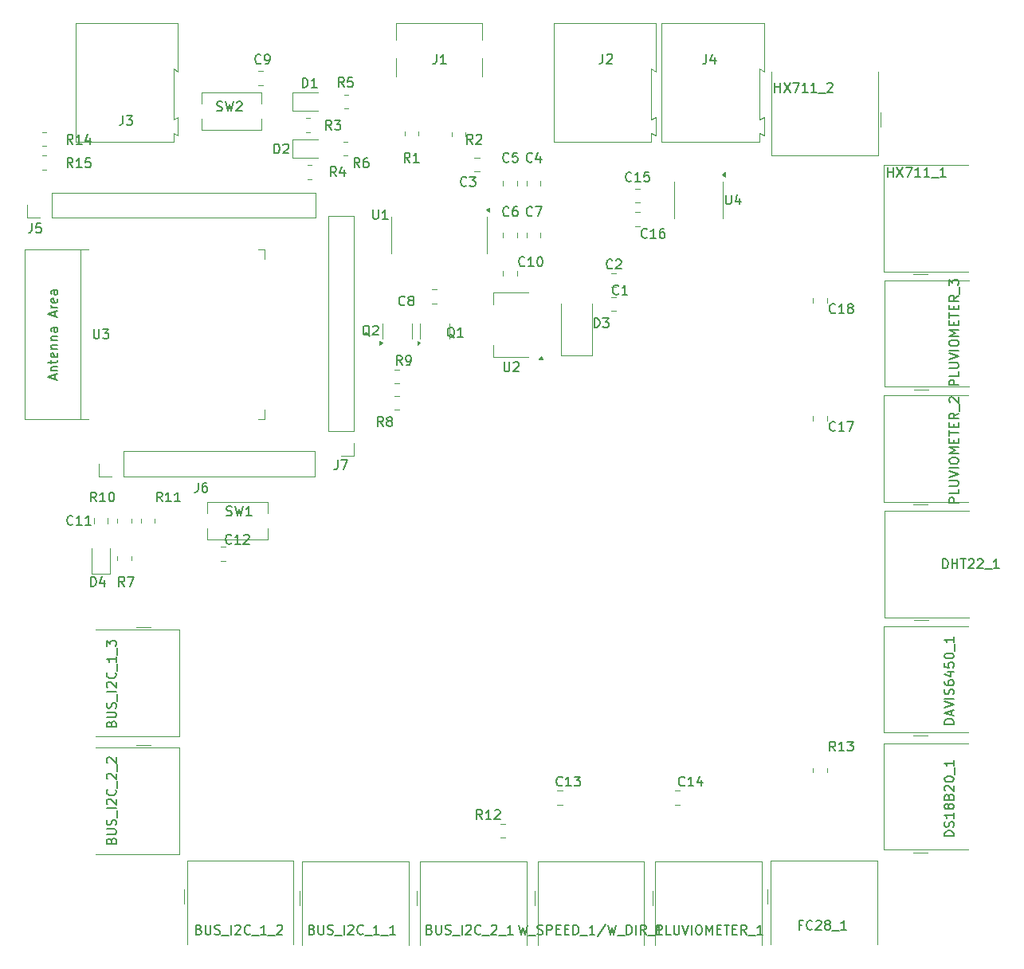
<source format=gbr>
%TF.GenerationSoftware,KiCad,Pcbnew,9.0.2-9.0.2-0~ubuntu24.04.1*%
%TF.CreationDate,2025-07-05T10:39:13-05:00*%
%TF.ProjectId,RECUV01,52454355-5630-4312-9e6b-696361645f70,rev?*%
%TF.SameCoordinates,Original*%
%TF.FileFunction,Legend,Top*%
%TF.FilePolarity,Positive*%
%FSLAX46Y46*%
G04 Gerber Fmt 4.6, Leading zero omitted, Abs format (unit mm)*
G04 Created by KiCad (PCBNEW 9.0.2-9.0.2-0~ubuntu24.04.1) date 2025-07-05 10:39:13*
%MOMM*%
%LPD*%
G01*
G04 APERTURE LIST*
%ADD10C,0.150000*%
%ADD11C,0.120000*%
G04 APERTURE END LIST*
D10*
X117333333Y-46954819D02*
X117000000Y-46478628D01*
X116761905Y-46954819D02*
X116761905Y-45954819D01*
X116761905Y-45954819D02*
X117142857Y-45954819D01*
X117142857Y-45954819D02*
X117238095Y-46002438D01*
X117238095Y-46002438D02*
X117285714Y-46050057D01*
X117285714Y-46050057D02*
X117333333Y-46145295D01*
X117333333Y-46145295D02*
X117333333Y-46288152D01*
X117333333Y-46288152D02*
X117285714Y-46383390D01*
X117285714Y-46383390D02*
X117238095Y-46431009D01*
X117238095Y-46431009D02*
X117142857Y-46478628D01*
X117142857Y-46478628D02*
X116761905Y-46478628D01*
X117714286Y-46050057D02*
X117761905Y-46002438D01*
X117761905Y-46002438D02*
X117857143Y-45954819D01*
X117857143Y-45954819D02*
X118095238Y-45954819D01*
X118095238Y-45954819D02*
X118190476Y-46002438D01*
X118190476Y-46002438D02*
X118238095Y-46050057D01*
X118238095Y-46050057D02*
X118285714Y-46145295D01*
X118285714Y-46145295D02*
X118285714Y-46240533D01*
X118285714Y-46240533D02*
X118238095Y-46383390D01*
X118238095Y-46383390D02*
X117666667Y-46954819D01*
X117666667Y-46954819D02*
X118285714Y-46954819D01*
X103006666Y-80554819D02*
X103006666Y-81269104D01*
X103006666Y-81269104D02*
X102959047Y-81411961D01*
X102959047Y-81411961D02*
X102863809Y-81507200D01*
X102863809Y-81507200D02*
X102720952Y-81554819D01*
X102720952Y-81554819D02*
X102625714Y-81554819D01*
X103387619Y-80554819D02*
X104054285Y-80554819D01*
X104054285Y-80554819D02*
X103625714Y-81554819D01*
X109833333Y-70454819D02*
X109500000Y-69978628D01*
X109261905Y-70454819D02*
X109261905Y-69454819D01*
X109261905Y-69454819D02*
X109642857Y-69454819D01*
X109642857Y-69454819D02*
X109738095Y-69502438D01*
X109738095Y-69502438D02*
X109785714Y-69550057D01*
X109785714Y-69550057D02*
X109833333Y-69645295D01*
X109833333Y-69645295D02*
X109833333Y-69788152D01*
X109833333Y-69788152D02*
X109785714Y-69883390D01*
X109785714Y-69883390D02*
X109738095Y-69931009D01*
X109738095Y-69931009D02*
X109642857Y-69978628D01*
X109642857Y-69978628D02*
X109261905Y-69978628D01*
X110309524Y-70454819D02*
X110500000Y-70454819D01*
X110500000Y-70454819D02*
X110595238Y-70407200D01*
X110595238Y-70407200D02*
X110642857Y-70359580D01*
X110642857Y-70359580D02*
X110738095Y-70216723D01*
X110738095Y-70216723D02*
X110785714Y-70026247D01*
X110785714Y-70026247D02*
X110785714Y-69645295D01*
X110785714Y-69645295D02*
X110738095Y-69550057D01*
X110738095Y-69550057D02*
X110690476Y-69502438D01*
X110690476Y-69502438D02*
X110595238Y-69454819D01*
X110595238Y-69454819D02*
X110404762Y-69454819D01*
X110404762Y-69454819D02*
X110309524Y-69502438D01*
X110309524Y-69502438D02*
X110261905Y-69550057D01*
X110261905Y-69550057D02*
X110214286Y-69645295D01*
X110214286Y-69645295D02*
X110214286Y-69883390D01*
X110214286Y-69883390D02*
X110261905Y-69978628D01*
X110261905Y-69978628D02*
X110309524Y-70026247D01*
X110309524Y-70026247D02*
X110404762Y-70073866D01*
X110404762Y-70073866D02*
X110595238Y-70073866D01*
X110595238Y-70073866D02*
X110690476Y-70026247D01*
X110690476Y-70026247D02*
X110738095Y-69978628D01*
X110738095Y-69978628D02*
X110785714Y-69883390D01*
X74857142Y-49454819D02*
X74523809Y-48978628D01*
X74285714Y-49454819D02*
X74285714Y-48454819D01*
X74285714Y-48454819D02*
X74666666Y-48454819D01*
X74666666Y-48454819D02*
X74761904Y-48502438D01*
X74761904Y-48502438D02*
X74809523Y-48550057D01*
X74809523Y-48550057D02*
X74857142Y-48645295D01*
X74857142Y-48645295D02*
X74857142Y-48788152D01*
X74857142Y-48788152D02*
X74809523Y-48883390D01*
X74809523Y-48883390D02*
X74761904Y-48931009D01*
X74761904Y-48931009D02*
X74666666Y-48978628D01*
X74666666Y-48978628D02*
X74285714Y-48978628D01*
X75809523Y-49454819D02*
X75238095Y-49454819D01*
X75523809Y-49454819D02*
X75523809Y-48454819D01*
X75523809Y-48454819D02*
X75428571Y-48597676D01*
X75428571Y-48597676D02*
X75333333Y-48692914D01*
X75333333Y-48692914D02*
X75238095Y-48740533D01*
X76714285Y-48454819D02*
X76238095Y-48454819D01*
X76238095Y-48454819D02*
X76190476Y-48931009D01*
X76190476Y-48931009D02*
X76238095Y-48883390D01*
X76238095Y-48883390D02*
X76333333Y-48835771D01*
X76333333Y-48835771D02*
X76571428Y-48835771D01*
X76571428Y-48835771D02*
X76666666Y-48883390D01*
X76666666Y-48883390D02*
X76714285Y-48931009D01*
X76714285Y-48931009D02*
X76761904Y-49026247D01*
X76761904Y-49026247D02*
X76761904Y-49264342D01*
X76761904Y-49264342D02*
X76714285Y-49359580D01*
X76714285Y-49359580D02*
X76666666Y-49407200D01*
X76666666Y-49407200D02*
X76571428Y-49454819D01*
X76571428Y-49454819D02*
X76333333Y-49454819D01*
X76333333Y-49454819D02*
X76238095Y-49407200D01*
X76238095Y-49407200D02*
X76190476Y-49359580D01*
X123673333Y-54534580D02*
X123625714Y-54582200D01*
X123625714Y-54582200D02*
X123482857Y-54629819D01*
X123482857Y-54629819D02*
X123387619Y-54629819D01*
X123387619Y-54629819D02*
X123244762Y-54582200D01*
X123244762Y-54582200D02*
X123149524Y-54486961D01*
X123149524Y-54486961D02*
X123101905Y-54391723D01*
X123101905Y-54391723D02*
X123054286Y-54201247D01*
X123054286Y-54201247D02*
X123054286Y-54058390D01*
X123054286Y-54058390D02*
X123101905Y-53867914D01*
X123101905Y-53867914D02*
X123149524Y-53772676D01*
X123149524Y-53772676D02*
X123244762Y-53677438D01*
X123244762Y-53677438D02*
X123387619Y-53629819D01*
X123387619Y-53629819D02*
X123482857Y-53629819D01*
X123482857Y-53629819D02*
X123625714Y-53677438D01*
X123625714Y-53677438D02*
X123673333Y-53725057D01*
X124006667Y-53629819D02*
X124673333Y-53629819D01*
X124673333Y-53629819D02*
X124244762Y-54629819D01*
X121173333Y-54534580D02*
X121125714Y-54582200D01*
X121125714Y-54582200D02*
X120982857Y-54629819D01*
X120982857Y-54629819D02*
X120887619Y-54629819D01*
X120887619Y-54629819D02*
X120744762Y-54582200D01*
X120744762Y-54582200D02*
X120649524Y-54486961D01*
X120649524Y-54486961D02*
X120601905Y-54391723D01*
X120601905Y-54391723D02*
X120554286Y-54201247D01*
X120554286Y-54201247D02*
X120554286Y-54058390D01*
X120554286Y-54058390D02*
X120601905Y-53867914D01*
X120601905Y-53867914D02*
X120649524Y-53772676D01*
X120649524Y-53772676D02*
X120744762Y-53677438D01*
X120744762Y-53677438D02*
X120887619Y-53629819D01*
X120887619Y-53629819D02*
X120982857Y-53629819D01*
X120982857Y-53629819D02*
X121125714Y-53677438D01*
X121125714Y-53677438D02*
X121173333Y-53725057D01*
X122030476Y-53629819D02*
X121840000Y-53629819D01*
X121840000Y-53629819D02*
X121744762Y-53677438D01*
X121744762Y-53677438D02*
X121697143Y-53725057D01*
X121697143Y-53725057D02*
X121601905Y-53867914D01*
X121601905Y-53867914D02*
X121554286Y-54058390D01*
X121554286Y-54058390D02*
X121554286Y-54439342D01*
X121554286Y-54439342D02*
X121601905Y-54534580D01*
X121601905Y-54534580D02*
X121649524Y-54582200D01*
X121649524Y-54582200D02*
X121744762Y-54629819D01*
X121744762Y-54629819D02*
X121935238Y-54629819D01*
X121935238Y-54629819D02*
X122030476Y-54582200D01*
X122030476Y-54582200D02*
X122078095Y-54534580D01*
X122078095Y-54534580D02*
X122125714Y-54439342D01*
X122125714Y-54439342D02*
X122125714Y-54201247D01*
X122125714Y-54201247D02*
X122078095Y-54106009D01*
X122078095Y-54106009D02*
X122030476Y-54058390D01*
X122030476Y-54058390D02*
X121935238Y-54010771D01*
X121935238Y-54010771D02*
X121744762Y-54010771D01*
X121744762Y-54010771D02*
X121649524Y-54058390D01*
X121649524Y-54058390D02*
X121601905Y-54106009D01*
X121601905Y-54106009D02*
X121554286Y-54201247D01*
X91697142Y-89359580D02*
X91649523Y-89407200D01*
X91649523Y-89407200D02*
X91506666Y-89454819D01*
X91506666Y-89454819D02*
X91411428Y-89454819D01*
X91411428Y-89454819D02*
X91268571Y-89407200D01*
X91268571Y-89407200D02*
X91173333Y-89311961D01*
X91173333Y-89311961D02*
X91125714Y-89216723D01*
X91125714Y-89216723D02*
X91078095Y-89026247D01*
X91078095Y-89026247D02*
X91078095Y-88883390D01*
X91078095Y-88883390D02*
X91125714Y-88692914D01*
X91125714Y-88692914D02*
X91173333Y-88597676D01*
X91173333Y-88597676D02*
X91268571Y-88502438D01*
X91268571Y-88502438D02*
X91411428Y-88454819D01*
X91411428Y-88454819D02*
X91506666Y-88454819D01*
X91506666Y-88454819D02*
X91649523Y-88502438D01*
X91649523Y-88502438D02*
X91697142Y-88550057D01*
X92649523Y-89454819D02*
X92078095Y-89454819D01*
X92363809Y-89454819D02*
X92363809Y-88454819D01*
X92363809Y-88454819D02*
X92268571Y-88597676D01*
X92268571Y-88597676D02*
X92173333Y-88692914D01*
X92173333Y-88692914D02*
X92078095Y-88740533D01*
X93030476Y-88550057D02*
X93078095Y-88502438D01*
X93078095Y-88502438D02*
X93173333Y-88454819D01*
X93173333Y-88454819D02*
X93411428Y-88454819D01*
X93411428Y-88454819D02*
X93506666Y-88502438D01*
X93506666Y-88502438D02*
X93554285Y-88550057D01*
X93554285Y-88550057D02*
X93601904Y-88645295D01*
X93601904Y-88645295D02*
X93601904Y-88740533D01*
X93601904Y-88740533D02*
X93554285Y-88883390D01*
X93554285Y-88883390D02*
X92982857Y-89454819D01*
X92982857Y-89454819D02*
X93601904Y-89454819D01*
X144238095Y-52379819D02*
X144238095Y-53189342D01*
X144238095Y-53189342D02*
X144285714Y-53284580D01*
X144285714Y-53284580D02*
X144333333Y-53332200D01*
X144333333Y-53332200D02*
X144428571Y-53379819D01*
X144428571Y-53379819D02*
X144619047Y-53379819D01*
X144619047Y-53379819D02*
X144714285Y-53332200D01*
X144714285Y-53332200D02*
X144761904Y-53284580D01*
X144761904Y-53284580D02*
X144809523Y-53189342D01*
X144809523Y-53189342D02*
X144809523Y-52379819D01*
X145714285Y-52713152D02*
X145714285Y-53379819D01*
X145476190Y-52332200D02*
X145238095Y-53046485D01*
X145238095Y-53046485D02*
X145857142Y-53046485D01*
X99261905Y-40954819D02*
X99261905Y-39954819D01*
X99261905Y-39954819D02*
X99500000Y-39954819D01*
X99500000Y-39954819D02*
X99642857Y-40002438D01*
X99642857Y-40002438D02*
X99738095Y-40097676D01*
X99738095Y-40097676D02*
X99785714Y-40192914D01*
X99785714Y-40192914D02*
X99833333Y-40383390D01*
X99833333Y-40383390D02*
X99833333Y-40526247D01*
X99833333Y-40526247D02*
X99785714Y-40716723D01*
X99785714Y-40716723D02*
X99738095Y-40811961D01*
X99738095Y-40811961D02*
X99642857Y-40907200D01*
X99642857Y-40907200D02*
X99500000Y-40954819D01*
X99500000Y-40954819D02*
X99261905Y-40954819D01*
X100785714Y-40954819D02*
X100214286Y-40954819D01*
X100500000Y-40954819D02*
X100500000Y-39954819D01*
X100500000Y-39954819D02*
X100404762Y-40097676D01*
X100404762Y-40097676D02*
X100309524Y-40192914D01*
X100309524Y-40192914D02*
X100214286Y-40240533D01*
X100261904Y-130431009D02*
X100404761Y-130478628D01*
X100404761Y-130478628D02*
X100452380Y-130526247D01*
X100452380Y-130526247D02*
X100499999Y-130621485D01*
X100499999Y-130621485D02*
X100499999Y-130764342D01*
X100499999Y-130764342D02*
X100452380Y-130859580D01*
X100452380Y-130859580D02*
X100404761Y-130907200D01*
X100404761Y-130907200D02*
X100309523Y-130954819D01*
X100309523Y-130954819D02*
X99928571Y-130954819D01*
X99928571Y-130954819D02*
X99928571Y-129954819D01*
X99928571Y-129954819D02*
X100261904Y-129954819D01*
X100261904Y-129954819D02*
X100357142Y-130002438D01*
X100357142Y-130002438D02*
X100404761Y-130050057D01*
X100404761Y-130050057D02*
X100452380Y-130145295D01*
X100452380Y-130145295D02*
X100452380Y-130240533D01*
X100452380Y-130240533D02*
X100404761Y-130335771D01*
X100404761Y-130335771D02*
X100357142Y-130383390D01*
X100357142Y-130383390D02*
X100261904Y-130431009D01*
X100261904Y-130431009D02*
X99928571Y-130431009D01*
X100928571Y-129954819D02*
X100928571Y-130764342D01*
X100928571Y-130764342D02*
X100976190Y-130859580D01*
X100976190Y-130859580D02*
X101023809Y-130907200D01*
X101023809Y-130907200D02*
X101119047Y-130954819D01*
X101119047Y-130954819D02*
X101309523Y-130954819D01*
X101309523Y-130954819D02*
X101404761Y-130907200D01*
X101404761Y-130907200D02*
X101452380Y-130859580D01*
X101452380Y-130859580D02*
X101499999Y-130764342D01*
X101499999Y-130764342D02*
X101499999Y-129954819D01*
X101928571Y-130907200D02*
X102071428Y-130954819D01*
X102071428Y-130954819D02*
X102309523Y-130954819D01*
X102309523Y-130954819D02*
X102404761Y-130907200D01*
X102404761Y-130907200D02*
X102452380Y-130859580D01*
X102452380Y-130859580D02*
X102499999Y-130764342D01*
X102499999Y-130764342D02*
X102499999Y-130669104D01*
X102499999Y-130669104D02*
X102452380Y-130573866D01*
X102452380Y-130573866D02*
X102404761Y-130526247D01*
X102404761Y-130526247D02*
X102309523Y-130478628D01*
X102309523Y-130478628D02*
X102119047Y-130431009D01*
X102119047Y-130431009D02*
X102023809Y-130383390D01*
X102023809Y-130383390D02*
X101976190Y-130335771D01*
X101976190Y-130335771D02*
X101928571Y-130240533D01*
X101928571Y-130240533D02*
X101928571Y-130145295D01*
X101928571Y-130145295D02*
X101976190Y-130050057D01*
X101976190Y-130050057D02*
X102023809Y-130002438D01*
X102023809Y-130002438D02*
X102119047Y-129954819D01*
X102119047Y-129954819D02*
X102357142Y-129954819D01*
X102357142Y-129954819D02*
X102499999Y-130002438D01*
X102690476Y-131050057D02*
X103452380Y-131050057D01*
X103690476Y-130954819D02*
X103690476Y-129954819D01*
X104119047Y-130050057D02*
X104166666Y-130002438D01*
X104166666Y-130002438D02*
X104261904Y-129954819D01*
X104261904Y-129954819D02*
X104499999Y-129954819D01*
X104499999Y-129954819D02*
X104595237Y-130002438D01*
X104595237Y-130002438D02*
X104642856Y-130050057D01*
X104642856Y-130050057D02*
X104690475Y-130145295D01*
X104690475Y-130145295D02*
X104690475Y-130240533D01*
X104690475Y-130240533D02*
X104642856Y-130383390D01*
X104642856Y-130383390D02*
X104071428Y-130954819D01*
X104071428Y-130954819D02*
X104690475Y-130954819D01*
X105690475Y-130859580D02*
X105642856Y-130907200D01*
X105642856Y-130907200D02*
X105499999Y-130954819D01*
X105499999Y-130954819D02*
X105404761Y-130954819D01*
X105404761Y-130954819D02*
X105261904Y-130907200D01*
X105261904Y-130907200D02*
X105166666Y-130811961D01*
X105166666Y-130811961D02*
X105119047Y-130716723D01*
X105119047Y-130716723D02*
X105071428Y-130526247D01*
X105071428Y-130526247D02*
X105071428Y-130383390D01*
X105071428Y-130383390D02*
X105119047Y-130192914D01*
X105119047Y-130192914D02*
X105166666Y-130097676D01*
X105166666Y-130097676D02*
X105261904Y-130002438D01*
X105261904Y-130002438D02*
X105404761Y-129954819D01*
X105404761Y-129954819D02*
X105499999Y-129954819D01*
X105499999Y-129954819D02*
X105642856Y-130002438D01*
X105642856Y-130002438D02*
X105690475Y-130050057D01*
X105880952Y-131050057D02*
X106642856Y-131050057D01*
X107404761Y-130954819D02*
X106833333Y-130954819D01*
X107119047Y-130954819D02*
X107119047Y-129954819D01*
X107119047Y-129954819D02*
X107023809Y-130097676D01*
X107023809Y-130097676D02*
X106928571Y-130192914D01*
X106928571Y-130192914D02*
X106833333Y-130240533D01*
X107595238Y-131050057D02*
X108357142Y-131050057D01*
X109119047Y-130954819D02*
X108547619Y-130954819D01*
X108833333Y-130954819D02*
X108833333Y-129954819D01*
X108833333Y-129954819D02*
X108738095Y-130097676D01*
X108738095Y-130097676D02*
X108642857Y-130192914D01*
X108642857Y-130192914D02*
X108547619Y-130240533D01*
X132173333Y-60129580D02*
X132125714Y-60177200D01*
X132125714Y-60177200D02*
X131982857Y-60224819D01*
X131982857Y-60224819D02*
X131887619Y-60224819D01*
X131887619Y-60224819D02*
X131744762Y-60177200D01*
X131744762Y-60177200D02*
X131649524Y-60081961D01*
X131649524Y-60081961D02*
X131601905Y-59986723D01*
X131601905Y-59986723D02*
X131554286Y-59796247D01*
X131554286Y-59796247D02*
X131554286Y-59653390D01*
X131554286Y-59653390D02*
X131601905Y-59462914D01*
X131601905Y-59462914D02*
X131649524Y-59367676D01*
X131649524Y-59367676D02*
X131744762Y-59272438D01*
X131744762Y-59272438D02*
X131887619Y-59224819D01*
X131887619Y-59224819D02*
X131982857Y-59224819D01*
X131982857Y-59224819D02*
X132125714Y-59272438D01*
X132125714Y-59272438D02*
X132173333Y-59320057D01*
X132554286Y-59320057D02*
X132601905Y-59272438D01*
X132601905Y-59272438D02*
X132697143Y-59224819D01*
X132697143Y-59224819D02*
X132935238Y-59224819D01*
X132935238Y-59224819D02*
X133030476Y-59272438D01*
X133030476Y-59272438D02*
X133078095Y-59320057D01*
X133078095Y-59320057D02*
X133125714Y-59415295D01*
X133125714Y-59415295D02*
X133125714Y-59510533D01*
X133125714Y-59510533D02*
X133078095Y-59653390D01*
X133078095Y-59653390D02*
X132506667Y-60224819D01*
X132506667Y-60224819D02*
X133125714Y-60224819D01*
X77357142Y-84954819D02*
X77023809Y-84478628D01*
X76785714Y-84954819D02*
X76785714Y-83954819D01*
X76785714Y-83954819D02*
X77166666Y-83954819D01*
X77166666Y-83954819D02*
X77261904Y-84002438D01*
X77261904Y-84002438D02*
X77309523Y-84050057D01*
X77309523Y-84050057D02*
X77357142Y-84145295D01*
X77357142Y-84145295D02*
X77357142Y-84288152D01*
X77357142Y-84288152D02*
X77309523Y-84383390D01*
X77309523Y-84383390D02*
X77261904Y-84431009D01*
X77261904Y-84431009D02*
X77166666Y-84478628D01*
X77166666Y-84478628D02*
X76785714Y-84478628D01*
X78309523Y-84954819D02*
X77738095Y-84954819D01*
X78023809Y-84954819D02*
X78023809Y-83954819D01*
X78023809Y-83954819D02*
X77928571Y-84097676D01*
X77928571Y-84097676D02*
X77833333Y-84192914D01*
X77833333Y-84192914D02*
X77738095Y-84240533D01*
X78928571Y-83954819D02*
X79023809Y-83954819D01*
X79023809Y-83954819D02*
X79119047Y-84002438D01*
X79119047Y-84002438D02*
X79166666Y-84050057D01*
X79166666Y-84050057D02*
X79214285Y-84145295D01*
X79214285Y-84145295D02*
X79261904Y-84335771D01*
X79261904Y-84335771D02*
X79261904Y-84573866D01*
X79261904Y-84573866D02*
X79214285Y-84764342D01*
X79214285Y-84764342D02*
X79166666Y-84859580D01*
X79166666Y-84859580D02*
X79119047Y-84907200D01*
X79119047Y-84907200D02*
X79023809Y-84954819D01*
X79023809Y-84954819D02*
X78928571Y-84954819D01*
X78928571Y-84954819D02*
X78833333Y-84907200D01*
X78833333Y-84907200D02*
X78785714Y-84859580D01*
X78785714Y-84859580D02*
X78738095Y-84764342D01*
X78738095Y-84764342D02*
X78690476Y-84573866D01*
X78690476Y-84573866D02*
X78690476Y-84335771D01*
X78690476Y-84335771D02*
X78738095Y-84145295D01*
X78738095Y-84145295D02*
X78785714Y-84050057D01*
X78785714Y-84050057D02*
X78833333Y-84002438D01*
X78833333Y-84002438D02*
X78928571Y-83954819D01*
X120678095Y-70129819D02*
X120678095Y-70939342D01*
X120678095Y-70939342D02*
X120725714Y-71034580D01*
X120725714Y-71034580D02*
X120773333Y-71082200D01*
X120773333Y-71082200D02*
X120868571Y-71129819D01*
X120868571Y-71129819D02*
X121059047Y-71129819D01*
X121059047Y-71129819D02*
X121154285Y-71082200D01*
X121154285Y-71082200D02*
X121201904Y-71034580D01*
X121201904Y-71034580D02*
X121249523Y-70939342D01*
X121249523Y-70939342D02*
X121249523Y-70129819D01*
X121678095Y-70225057D02*
X121725714Y-70177438D01*
X121725714Y-70177438D02*
X121820952Y-70129819D01*
X121820952Y-70129819D02*
X122059047Y-70129819D01*
X122059047Y-70129819D02*
X122154285Y-70177438D01*
X122154285Y-70177438D02*
X122201904Y-70225057D01*
X122201904Y-70225057D02*
X122249523Y-70320295D01*
X122249523Y-70320295D02*
X122249523Y-70415533D01*
X122249523Y-70415533D02*
X122201904Y-70558390D01*
X122201904Y-70558390D02*
X121630476Y-71129819D01*
X121630476Y-71129819D02*
X122249523Y-71129819D01*
X152333333Y-129931009D02*
X152000000Y-129931009D01*
X152000000Y-130454819D02*
X152000000Y-129454819D01*
X152000000Y-129454819D02*
X152476190Y-129454819D01*
X153428571Y-130359580D02*
X153380952Y-130407200D01*
X153380952Y-130407200D02*
X153238095Y-130454819D01*
X153238095Y-130454819D02*
X153142857Y-130454819D01*
X153142857Y-130454819D02*
X153000000Y-130407200D01*
X153000000Y-130407200D02*
X152904762Y-130311961D01*
X152904762Y-130311961D02*
X152857143Y-130216723D01*
X152857143Y-130216723D02*
X152809524Y-130026247D01*
X152809524Y-130026247D02*
X152809524Y-129883390D01*
X152809524Y-129883390D02*
X152857143Y-129692914D01*
X152857143Y-129692914D02*
X152904762Y-129597676D01*
X152904762Y-129597676D02*
X153000000Y-129502438D01*
X153000000Y-129502438D02*
X153142857Y-129454819D01*
X153142857Y-129454819D02*
X153238095Y-129454819D01*
X153238095Y-129454819D02*
X153380952Y-129502438D01*
X153380952Y-129502438D02*
X153428571Y-129550057D01*
X153809524Y-129550057D02*
X153857143Y-129502438D01*
X153857143Y-129502438D02*
X153952381Y-129454819D01*
X153952381Y-129454819D02*
X154190476Y-129454819D01*
X154190476Y-129454819D02*
X154285714Y-129502438D01*
X154285714Y-129502438D02*
X154333333Y-129550057D01*
X154333333Y-129550057D02*
X154380952Y-129645295D01*
X154380952Y-129645295D02*
X154380952Y-129740533D01*
X154380952Y-129740533D02*
X154333333Y-129883390D01*
X154333333Y-129883390D02*
X153761905Y-130454819D01*
X153761905Y-130454819D02*
X154380952Y-130454819D01*
X154952381Y-129883390D02*
X154857143Y-129835771D01*
X154857143Y-129835771D02*
X154809524Y-129788152D01*
X154809524Y-129788152D02*
X154761905Y-129692914D01*
X154761905Y-129692914D02*
X154761905Y-129645295D01*
X154761905Y-129645295D02*
X154809524Y-129550057D01*
X154809524Y-129550057D02*
X154857143Y-129502438D01*
X154857143Y-129502438D02*
X154952381Y-129454819D01*
X154952381Y-129454819D02*
X155142857Y-129454819D01*
X155142857Y-129454819D02*
X155238095Y-129502438D01*
X155238095Y-129502438D02*
X155285714Y-129550057D01*
X155285714Y-129550057D02*
X155333333Y-129645295D01*
X155333333Y-129645295D02*
X155333333Y-129692914D01*
X155333333Y-129692914D02*
X155285714Y-129788152D01*
X155285714Y-129788152D02*
X155238095Y-129835771D01*
X155238095Y-129835771D02*
X155142857Y-129883390D01*
X155142857Y-129883390D02*
X154952381Y-129883390D01*
X154952381Y-129883390D02*
X154857143Y-129931009D01*
X154857143Y-129931009D02*
X154809524Y-129978628D01*
X154809524Y-129978628D02*
X154761905Y-130073866D01*
X154761905Y-130073866D02*
X154761905Y-130264342D01*
X154761905Y-130264342D02*
X154809524Y-130359580D01*
X154809524Y-130359580D02*
X154857143Y-130407200D01*
X154857143Y-130407200D02*
X154952381Y-130454819D01*
X154952381Y-130454819D02*
X155142857Y-130454819D01*
X155142857Y-130454819D02*
X155238095Y-130407200D01*
X155238095Y-130407200D02*
X155285714Y-130359580D01*
X155285714Y-130359580D02*
X155333333Y-130264342D01*
X155333333Y-130264342D02*
X155333333Y-130073866D01*
X155333333Y-130073866D02*
X155285714Y-129978628D01*
X155285714Y-129978628D02*
X155238095Y-129931009D01*
X155238095Y-129931009D02*
X155142857Y-129883390D01*
X155523810Y-130550057D02*
X156285714Y-130550057D01*
X157047619Y-130454819D02*
X156476191Y-130454819D01*
X156761905Y-130454819D02*
X156761905Y-129454819D01*
X156761905Y-129454819D02*
X156666667Y-129597676D01*
X156666667Y-129597676D02*
X156571429Y-129692914D01*
X156571429Y-129692914D02*
X156476191Y-129740533D01*
X88166666Y-82954819D02*
X88166666Y-83669104D01*
X88166666Y-83669104D02*
X88119047Y-83811961D01*
X88119047Y-83811961D02*
X88023809Y-83907200D01*
X88023809Y-83907200D02*
X87880952Y-83954819D01*
X87880952Y-83954819D02*
X87785714Y-83954819D01*
X89071428Y-82954819D02*
X88880952Y-82954819D01*
X88880952Y-82954819D02*
X88785714Y-83002438D01*
X88785714Y-83002438D02*
X88738095Y-83050057D01*
X88738095Y-83050057D02*
X88642857Y-83192914D01*
X88642857Y-83192914D02*
X88595238Y-83383390D01*
X88595238Y-83383390D02*
X88595238Y-83764342D01*
X88595238Y-83764342D02*
X88642857Y-83859580D01*
X88642857Y-83859580D02*
X88690476Y-83907200D01*
X88690476Y-83907200D02*
X88785714Y-83954819D01*
X88785714Y-83954819D02*
X88976190Y-83954819D01*
X88976190Y-83954819D02*
X89071428Y-83907200D01*
X89071428Y-83907200D02*
X89119047Y-83859580D01*
X89119047Y-83859580D02*
X89166666Y-83764342D01*
X89166666Y-83764342D02*
X89166666Y-83526247D01*
X89166666Y-83526247D02*
X89119047Y-83431009D01*
X89119047Y-83431009D02*
X89071428Y-83383390D01*
X89071428Y-83383390D02*
X88976190Y-83335771D01*
X88976190Y-83335771D02*
X88785714Y-83335771D01*
X88785714Y-83335771D02*
X88690476Y-83383390D01*
X88690476Y-83383390D02*
X88642857Y-83431009D01*
X88642857Y-83431009D02*
X88595238Y-83526247D01*
X168954819Y-85095237D02*
X167954819Y-85095237D01*
X167954819Y-85095237D02*
X167954819Y-84714285D01*
X167954819Y-84714285D02*
X168002438Y-84619047D01*
X168002438Y-84619047D02*
X168050057Y-84571428D01*
X168050057Y-84571428D02*
X168145295Y-84523809D01*
X168145295Y-84523809D02*
X168288152Y-84523809D01*
X168288152Y-84523809D02*
X168383390Y-84571428D01*
X168383390Y-84571428D02*
X168431009Y-84619047D01*
X168431009Y-84619047D02*
X168478628Y-84714285D01*
X168478628Y-84714285D02*
X168478628Y-85095237D01*
X168954819Y-83619047D02*
X168954819Y-84095237D01*
X168954819Y-84095237D02*
X167954819Y-84095237D01*
X167954819Y-83285713D02*
X168764342Y-83285713D01*
X168764342Y-83285713D02*
X168859580Y-83238094D01*
X168859580Y-83238094D02*
X168907200Y-83190475D01*
X168907200Y-83190475D02*
X168954819Y-83095237D01*
X168954819Y-83095237D02*
X168954819Y-82904761D01*
X168954819Y-82904761D02*
X168907200Y-82809523D01*
X168907200Y-82809523D02*
X168859580Y-82761904D01*
X168859580Y-82761904D02*
X168764342Y-82714285D01*
X168764342Y-82714285D02*
X167954819Y-82714285D01*
X167954819Y-82380951D02*
X168954819Y-82047618D01*
X168954819Y-82047618D02*
X167954819Y-81714285D01*
X168954819Y-81380951D02*
X167954819Y-81380951D01*
X167954819Y-80714285D02*
X167954819Y-80523809D01*
X167954819Y-80523809D02*
X168002438Y-80428571D01*
X168002438Y-80428571D02*
X168097676Y-80333333D01*
X168097676Y-80333333D02*
X168288152Y-80285714D01*
X168288152Y-80285714D02*
X168621485Y-80285714D01*
X168621485Y-80285714D02*
X168811961Y-80333333D01*
X168811961Y-80333333D02*
X168907200Y-80428571D01*
X168907200Y-80428571D02*
X168954819Y-80523809D01*
X168954819Y-80523809D02*
X168954819Y-80714285D01*
X168954819Y-80714285D02*
X168907200Y-80809523D01*
X168907200Y-80809523D02*
X168811961Y-80904761D01*
X168811961Y-80904761D02*
X168621485Y-80952380D01*
X168621485Y-80952380D02*
X168288152Y-80952380D01*
X168288152Y-80952380D02*
X168097676Y-80904761D01*
X168097676Y-80904761D02*
X168002438Y-80809523D01*
X168002438Y-80809523D02*
X167954819Y-80714285D01*
X168954819Y-79857142D02*
X167954819Y-79857142D01*
X167954819Y-79857142D02*
X168669104Y-79523809D01*
X168669104Y-79523809D02*
X167954819Y-79190476D01*
X167954819Y-79190476D02*
X168954819Y-79190476D01*
X168431009Y-78714285D02*
X168431009Y-78380952D01*
X168954819Y-78238095D02*
X168954819Y-78714285D01*
X168954819Y-78714285D02*
X167954819Y-78714285D01*
X167954819Y-78714285D02*
X167954819Y-78238095D01*
X167954819Y-77952380D02*
X167954819Y-77380952D01*
X168954819Y-77666666D02*
X167954819Y-77666666D01*
X168431009Y-77047618D02*
X168431009Y-76714285D01*
X168954819Y-76571428D02*
X168954819Y-77047618D01*
X168954819Y-77047618D02*
X167954819Y-77047618D01*
X167954819Y-77047618D02*
X167954819Y-76571428D01*
X168954819Y-75571428D02*
X168478628Y-75904761D01*
X168954819Y-76142856D02*
X167954819Y-76142856D01*
X167954819Y-76142856D02*
X167954819Y-75761904D01*
X167954819Y-75761904D02*
X168002438Y-75666666D01*
X168002438Y-75666666D02*
X168050057Y-75619047D01*
X168050057Y-75619047D02*
X168145295Y-75571428D01*
X168145295Y-75571428D02*
X168288152Y-75571428D01*
X168288152Y-75571428D02*
X168383390Y-75619047D01*
X168383390Y-75619047D02*
X168431009Y-75666666D01*
X168431009Y-75666666D02*
X168478628Y-75761904D01*
X168478628Y-75761904D02*
X168478628Y-76142856D01*
X169050057Y-75380952D02*
X169050057Y-74619047D01*
X168050057Y-74428570D02*
X168002438Y-74380951D01*
X168002438Y-74380951D02*
X167954819Y-74285713D01*
X167954819Y-74285713D02*
X167954819Y-74047618D01*
X167954819Y-74047618D02*
X168002438Y-73952380D01*
X168002438Y-73952380D02*
X168050057Y-73904761D01*
X168050057Y-73904761D02*
X168145295Y-73857142D01*
X168145295Y-73857142D02*
X168240533Y-73857142D01*
X168240533Y-73857142D02*
X168383390Y-73904761D01*
X168383390Y-73904761D02*
X168954819Y-74476189D01*
X168954819Y-74476189D02*
X168954819Y-73857142D01*
X142166666Y-37454819D02*
X142166666Y-38169104D01*
X142166666Y-38169104D02*
X142119047Y-38311961D01*
X142119047Y-38311961D02*
X142023809Y-38407200D01*
X142023809Y-38407200D02*
X141880952Y-38454819D01*
X141880952Y-38454819D02*
X141785714Y-38454819D01*
X143071428Y-37788152D02*
X143071428Y-38454819D01*
X142833333Y-37407200D02*
X142595238Y-38121485D01*
X142595238Y-38121485D02*
X143214285Y-38121485D01*
X161452381Y-50454819D02*
X161452381Y-49454819D01*
X161452381Y-49931009D02*
X162023809Y-49931009D01*
X162023809Y-50454819D02*
X162023809Y-49454819D01*
X162404762Y-49454819D02*
X163071428Y-50454819D01*
X163071428Y-49454819D02*
X162404762Y-50454819D01*
X163357143Y-49454819D02*
X164023809Y-49454819D01*
X164023809Y-49454819D02*
X163595238Y-50454819D01*
X164928571Y-50454819D02*
X164357143Y-50454819D01*
X164642857Y-50454819D02*
X164642857Y-49454819D01*
X164642857Y-49454819D02*
X164547619Y-49597676D01*
X164547619Y-49597676D02*
X164452381Y-49692914D01*
X164452381Y-49692914D02*
X164357143Y-49740533D01*
X165880952Y-50454819D02*
X165309524Y-50454819D01*
X165595238Y-50454819D02*
X165595238Y-49454819D01*
X165595238Y-49454819D02*
X165500000Y-49597676D01*
X165500000Y-49597676D02*
X165404762Y-49692914D01*
X165404762Y-49692914D02*
X165309524Y-49740533D01*
X166071429Y-50550057D02*
X166833333Y-50550057D01*
X167595238Y-50454819D02*
X167023810Y-50454819D01*
X167309524Y-50454819D02*
X167309524Y-49454819D01*
X167309524Y-49454819D02*
X167214286Y-49597676D01*
X167214286Y-49597676D02*
X167119048Y-49692914D01*
X167119048Y-49692914D02*
X167023810Y-49740533D01*
X130261905Y-66454819D02*
X130261905Y-65454819D01*
X130261905Y-65454819D02*
X130500000Y-65454819D01*
X130500000Y-65454819D02*
X130642857Y-65502438D01*
X130642857Y-65502438D02*
X130738095Y-65597676D01*
X130738095Y-65597676D02*
X130785714Y-65692914D01*
X130785714Y-65692914D02*
X130833333Y-65883390D01*
X130833333Y-65883390D02*
X130833333Y-66026247D01*
X130833333Y-66026247D02*
X130785714Y-66216723D01*
X130785714Y-66216723D02*
X130738095Y-66311961D01*
X130738095Y-66311961D02*
X130642857Y-66407200D01*
X130642857Y-66407200D02*
X130500000Y-66454819D01*
X130500000Y-66454819D02*
X130261905Y-66454819D01*
X131166667Y-65454819D02*
X131785714Y-65454819D01*
X131785714Y-65454819D02*
X131452381Y-65835771D01*
X131452381Y-65835771D02*
X131595238Y-65835771D01*
X131595238Y-65835771D02*
X131690476Y-65883390D01*
X131690476Y-65883390D02*
X131738095Y-65931009D01*
X131738095Y-65931009D02*
X131785714Y-66026247D01*
X131785714Y-66026247D02*
X131785714Y-66264342D01*
X131785714Y-66264342D02*
X131738095Y-66359580D01*
X131738095Y-66359580D02*
X131690476Y-66407200D01*
X131690476Y-66407200D02*
X131595238Y-66454819D01*
X131595238Y-66454819D02*
X131309524Y-66454819D01*
X131309524Y-66454819D02*
X131214286Y-66407200D01*
X131214286Y-66407200D02*
X131166667Y-66359580D01*
X80166666Y-43954819D02*
X80166666Y-44669104D01*
X80166666Y-44669104D02*
X80119047Y-44811961D01*
X80119047Y-44811961D02*
X80023809Y-44907200D01*
X80023809Y-44907200D02*
X79880952Y-44954819D01*
X79880952Y-44954819D02*
X79785714Y-44954819D01*
X80547619Y-43954819D02*
X81166666Y-43954819D01*
X81166666Y-43954819D02*
X80833333Y-44335771D01*
X80833333Y-44335771D02*
X80976190Y-44335771D01*
X80976190Y-44335771D02*
X81071428Y-44383390D01*
X81071428Y-44383390D02*
X81119047Y-44431009D01*
X81119047Y-44431009D02*
X81166666Y-44526247D01*
X81166666Y-44526247D02*
X81166666Y-44764342D01*
X81166666Y-44764342D02*
X81119047Y-44859580D01*
X81119047Y-44859580D02*
X81071428Y-44907200D01*
X81071428Y-44907200D02*
X80976190Y-44954819D01*
X80976190Y-44954819D02*
X80690476Y-44954819D01*
X80690476Y-44954819D02*
X80595238Y-44907200D01*
X80595238Y-44907200D02*
X80547619Y-44859580D01*
X77078095Y-66654819D02*
X77078095Y-67464342D01*
X77078095Y-67464342D02*
X77125714Y-67559580D01*
X77125714Y-67559580D02*
X77173333Y-67607200D01*
X77173333Y-67607200D02*
X77268571Y-67654819D01*
X77268571Y-67654819D02*
X77459047Y-67654819D01*
X77459047Y-67654819D02*
X77554285Y-67607200D01*
X77554285Y-67607200D02*
X77601904Y-67559580D01*
X77601904Y-67559580D02*
X77649523Y-67464342D01*
X77649523Y-67464342D02*
X77649523Y-66654819D01*
X78030476Y-66654819D02*
X78649523Y-66654819D01*
X78649523Y-66654819D02*
X78316190Y-67035771D01*
X78316190Y-67035771D02*
X78459047Y-67035771D01*
X78459047Y-67035771D02*
X78554285Y-67083390D01*
X78554285Y-67083390D02*
X78601904Y-67131009D01*
X78601904Y-67131009D02*
X78649523Y-67226247D01*
X78649523Y-67226247D02*
X78649523Y-67464342D01*
X78649523Y-67464342D02*
X78601904Y-67559580D01*
X78601904Y-67559580D02*
X78554285Y-67607200D01*
X78554285Y-67607200D02*
X78459047Y-67654819D01*
X78459047Y-67654819D02*
X78173333Y-67654819D01*
X78173333Y-67654819D02*
X78078095Y-67607200D01*
X78078095Y-67607200D02*
X78030476Y-67559580D01*
X72939104Y-71961905D02*
X72939104Y-71485715D01*
X73224819Y-72057143D02*
X72224819Y-71723810D01*
X72224819Y-71723810D02*
X73224819Y-71390477D01*
X72558152Y-71057143D02*
X73224819Y-71057143D01*
X72653390Y-71057143D02*
X72605771Y-71009524D01*
X72605771Y-71009524D02*
X72558152Y-70914286D01*
X72558152Y-70914286D02*
X72558152Y-70771429D01*
X72558152Y-70771429D02*
X72605771Y-70676191D01*
X72605771Y-70676191D02*
X72701009Y-70628572D01*
X72701009Y-70628572D02*
X73224819Y-70628572D01*
X72558152Y-70295238D02*
X72558152Y-69914286D01*
X72224819Y-70152381D02*
X73081961Y-70152381D01*
X73081961Y-70152381D02*
X73177200Y-70104762D01*
X73177200Y-70104762D02*
X73224819Y-70009524D01*
X73224819Y-70009524D02*
X73224819Y-69914286D01*
X73177200Y-69200000D02*
X73224819Y-69295238D01*
X73224819Y-69295238D02*
X73224819Y-69485714D01*
X73224819Y-69485714D02*
X73177200Y-69580952D01*
X73177200Y-69580952D02*
X73081961Y-69628571D01*
X73081961Y-69628571D02*
X72701009Y-69628571D01*
X72701009Y-69628571D02*
X72605771Y-69580952D01*
X72605771Y-69580952D02*
X72558152Y-69485714D01*
X72558152Y-69485714D02*
X72558152Y-69295238D01*
X72558152Y-69295238D02*
X72605771Y-69200000D01*
X72605771Y-69200000D02*
X72701009Y-69152381D01*
X72701009Y-69152381D02*
X72796247Y-69152381D01*
X72796247Y-69152381D02*
X72891485Y-69628571D01*
X72558152Y-68723809D02*
X73224819Y-68723809D01*
X72653390Y-68723809D02*
X72605771Y-68676190D01*
X72605771Y-68676190D02*
X72558152Y-68580952D01*
X72558152Y-68580952D02*
X72558152Y-68438095D01*
X72558152Y-68438095D02*
X72605771Y-68342857D01*
X72605771Y-68342857D02*
X72701009Y-68295238D01*
X72701009Y-68295238D02*
X73224819Y-68295238D01*
X72558152Y-67819047D02*
X73224819Y-67819047D01*
X72653390Y-67819047D02*
X72605771Y-67771428D01*
X72605771Y-67771428D02*
X72558152Y-67676190D01*
X72558152Y-67676190D02*
X72558152Y-67533333D01*
X72558152Y-67533333D02*
X72605771Y-67438095D01*
X72605771Y-67438095D02*
X72701009Y-67390476D01*
X72701009Y-67390476D02*
X73224819Y-67390476D01*
X73224819Y-66485714D02*
X72701009Y-66485714D01*
X72701009Y-66485714D02*
X72605771Y-66533333D01*
X72605771Y-66533333D02*
X72558152Y-66628571D01*
X72558152Y-66628571D02*
X72558152Y-66819047D01*
X72558152Y-66819047D02*
X72605771Y-66914285D01*
X73177200Y-66485714D02*
X73224819Y-66580952D01*
X73224819Y-66580952D02*
X73224819Y-66819047D01*
X73224819Y-66819047D02*
X73177200Y-66914285D01*
X73177200Y-66914285D02*
X73081961Y-66961904D01*
X73081961Y-66961904D02*
X72986723Y-66961904D01*
X72986723Y-66961904D02*
X72891485Y-66914285D01*
X72891485Y-66914285D02*
X72843866Y-66819047D01*
X72843866Y-66819047D02*
X72843866Y-66580952D01*
X72843866Y-66580952D02*
X72796247Y-66485714D01*
X72939104Y-65295237D02*
X72939104Y-64819047D01*
X73224819Y-65390475D02*
X72224819Y-65057142D01*
X72224819Y-65057142D02*
X73224819Y-64723809D01*
X73224819Y-64390475D02*
X72558152Y-64390475D01*
X72748628Y-64390475D02*
X72653390Y-64342856D01*
X72653390Y-64342856D02*
X72605771Y-64295237D01*
X72605771Y-64295237D02*
X72558152Y-64199999D01*
X72558152Y-64199999D02*
X72558152Y-64104761D01*
X73177200Y-63390475D02*
X73224819Y-63485713D01*
X73224819Y-63485713D02*
X73224819Y-63676189D01*
X73224819Y-63676189D02*
X73177200Y-63771427D01*
X73177200Y-63771427D02*
X73081961Y-63819046D01*
X73081961Y-63819046D02*
X72701009Y-63819046D01*
X72701009Y-63819046D02*
X72605771Y-63771427D01*
X72605771Y-63771427D02*
X72558152Y-63676189D01*
X72558152Y-63676189D02*
X72558152Y-63485713D01*
X72558152Y-63485713D02*
X72605771Y-63390475D01*
X72605771Y-63390475D02*
X72701009Y-63342856D01*
X72701009Y-63342856D02*
X72796247Y-63342856D01*
X72796247Y-63342856D02*
X72891485Y-63819046D01*
X73224819Y-62485713D02*
X72701009Y-62485713D01*
X72701009Y-62485713D02*
X72605771Y-62533332D01*
X72605771Y-62533332D02*
X72558152Y-62628570D01*
X72558152Y-62628570D02*
X72558152Y-62819046D01*
X72558152Y-62819046D02*
X72605771Y-62914284D01*
X73177200Y-62485713D02*
X73224819Y-62580951D01*
X73224819Y-62580951D02*
X73224819Y-62819046D01*
X73224819Y-62819046D02*
X73177200Y-62914284D01*
X73177200Y-62914284D02*
X73081961Y-62961903D01*
X73081961Y-62961903D02*
X72986723Y-62961903D01*
X72986723Y-62961903D02*
X72891485Y-62914284D01*
X72891485Y-62914284D02*
X72843866Y-62819046D01*
X72843866Y-62819046D02*
X72843866Y-62580951D01*
X72843866Y-62580951D02*
X72796247Y-62485713D01*
X80333333Y-93954819D02*
X80000000Y-93478628D01*
X79761905Y-93954819D02*
X79761905Y-92954819D01*
X79761905Y-92954819D02*
X80142857Y-92954819D01*
X80142857Y-92954819D02*
X80238095Y-93002438D01*
X80238095Y-93002438D02*
X80285714Y-93050057D01*
X80285714Y-93050057D02*
X80333333Y-93145295D01*
X80333333Y-93145295D02*
X80333333Y-93288152D01*
X80333333Y-93288152D02*
X80285714Y-93383390D01*
X80285714Y-93383390D02*
X80238095Y-93431009D01*
X80238095Y-93431009D02*
X80142857Y-93478628D01*
X80142857Y-93478628D02*
X79761905Y-93478628D01*
X80666667Y-92954819D02*
X81333333Y-92954819D01*
X81333333Y-92954819D02*
X80904762Y-93954819D01*
X113506666Y-37454819D02*
X113506666Y-38169104D01*
X113506666Y-38169104D02*
X113459047Y-38311961D01*
X113459047Y-38311961D02*
X113363809Y-38407200D01*
X113363809Y-38407200D02*
X113220952Y-38454819D01*
X113220952Y-38454819D02*
X113125714Y-38454819D01*
X114506666Y-38454819D02*
X113935238Y-38454819D01*
X114220952Y-38454819D02*
X114220952Y-37454819D01*
X114220952Y-37454819D02*
X114125714Y-37597676D01*
X114125714Y-37597676D02*
X114030476Y-37692914D01*
X114030476Y-37692914D02*
X113935238Y-37740533D01*
X168454819Y-120499999D02*
X167454819Y-120499999D01*
X167454819Y-120499999D02*
X167454819Y-120261904D01*
X167454819Y-120261904D02*
X167502438Y-120119047D01*
X167502438Y-120119047D02*
X167597676Y-120023809D01*
X167597676Y-120023809D02*
X167692914Y-119976190D01*
X167692914Y-119976190D02*
X167883390Y-119928571D01*
X167883390Y-119928571D02*
X168026247Y-119928571D01*
X168026247Y-119928571D02*
X168216723Y-119976190D01*
X168216723Y-119976190D02*
X168311961Y-120023809D01*
X168311961Y-120023809D02*
X168407200Y-120119047D01*
X168407200Y-120119047D02*
X168454819Y-120261904D01*
X168454819Y-120261904D02*
X168454819Y-120499999D01*
X168407200Y-119547618D02*
X168454819Y-119404761D01*
X168454819Y-119404761D02*
X168454819Y-119166666D01*
X168454819Y-119166666D02*
X168407200Y-119071428D01*
X168407200Y-119071428D02*
X168359580Y-119023809D01*
X168359580Y-119023809D02*
X168264342Y-118976190D01*
X168264342Y-118976190D02*
X168169104Y-118976190D01*
X168169104Y-118976190D02*
X168073866Y-119023809D01*
X168073866Y-119023809D02*
X168026247Y-119071428D01*
X168026247Y-119071428D02*
X167978628Y-119166666D01*
X167978628Y-119166666D02*
X167931009Y-119357142D01*
X167931009Y-119357142D02*
X167883390Y-119452380D01*
X167883390Y-119452380D02*
X167835771Y-119499999D01*
X167835771Y-119499999D02*
X167740533Y-119547618D01*
X167740533Y-119547618D02*
X167645295Y-119547618D01*
X167645295Y-119547618D02*
X167550057Y-119499999D01*
X167550057Y-119499999D02*
X167502438Y-119452380D01*
X167502438Y-119452380D02*
X167454819Y-119357142D01*
X167454819Y-119357142D02*
X167454819Y-119119047D01*
X167454819Y-119119047D02*
X167502438Y-118976190D01*
X168454819Y-118023809D02*
X168454819Y-118595237D01*
X168454819Y-118309523D02*
X167454819Y-118309523D01*
X167454819Y-118309523D02*
X167597676Y-118404761D01*
X167597676Y-118404761D02*
X167692914Y-118499999D01*
X167692914Y-118499999D02*
X167740533Y-118595237D01*
X167883390Y-117452380D02*
X167835771Y-117547618D01*
X167835771Y-117547618D02*
X167788152Y-117595237D01*
X167788152Y-117595237D02*
X167692914Y-117642856D01*
X167692914Y-117642856D02*
X167645295Y-117642856D01*
X167645295Y-117642856D02*
X167550057Y-117595237D01*
X167550057Y-117595237D02*
X167502438Y-117547618D01*
X167502438Y-117547618D02*
X167454819Y-117452380D01*
X167454819Y-117452380D02*
X167454819Y-117261904D01*
X167454819Y-117261904D02*
X167502438Y-117166666D01*
X167502438Y-117166666D02*
X167550057Y-117119047D01*
X167550057Y-117119047D02*
X167645295Y-117071428D01*
X167645295Y-117071428D02*
X167692914Y-117071428D01*
X167692914Y-117071428D02*
X167788152Y-117119047D01*
X167788152Y-117119047D02*
X167835771Y-117166666D01*
X167835771Y-117166666D02*
X167883390Y-117261904D01*
X167883390Y-117261904D02*
X167883390Y-117452380D01*
X167883390Y-117452380D02*
X167931009Y-117547618D01*
X167931009Y-117547618D02*
X167978628Y-117595237D01*
X167978628Y-117595237D02*
X168073866Y-117642856D01*
X168073866Y-117642856D02*
X168264342Y-117642856D01*
X168264342Y-117642856D02*
X168359580Y-117595237D01*
X168359580Y-117595237D02*
X168407200Y-117547618D01*
X168407200Y-117547618D02*
X168454819Y-117452380D01*
X168454819Y-117452380D02*
X168454819Y-117261904D01*
X168454819Y-117261904D02*
X168407200Y-117166666D01*
X168407200Y-117166666D02*
X168359580Y-117119047D01*
X168359580Y-117119047D02*
X168264342Y-117071428D01*
X168264342Y-117071428D02*
X168073866Y-117071428D01*
X168073866Y-117071428D02*
X167978628Y-117119047D01*
X167978628Y-117119047D02*
X167931009Y-117166666D01*
X167931009Y-117166666D02*
X167883390Y-117261904D01*
X167931009Y-116309523D02*
X167978628Y-116166666D01*
X167978628Y-116166666D02*
X168026247Y-116119047D01*
X168026247Y-116119047D02*
X168121485Y-116071428D01*
X168121485Y-116071428D02*
X168264342Y-116071428D01*
X168264342Y-116071428D02*
X168359580Y-116119047D01*
X168359580Y-116119047D02*
X168407200Y-116166666D01*
X168407200Y-116166666D02*
X168454819Y-116261904D01*
X168454819Y-116261904D02*
X168454819Y-116642856D01*
X168454819Y-116642856D02*
X167454819Y-116642856D01*
X167454819Y-116642856D02*
X167454819Y-116309523D01*
X167454819Y-116309523D02*
X167502438Y-116214285D01*
X167502438Y-116214285D02*
X167550057Y-116166666D01*
X167550057Y-116166666D02*
X167645295Y-116119047D01*
X167645295Y-116119047D02*
X167740533Y-116119047D01*
X167740533Y-116119047D02*
X167835771Y-116166666D01*
X167835771Y-116166666D02*
X167883390Y-116214285D01*
X167883390Y-116214285D02*
X167931009Y-116309523D01*
X167931009Y-116309523D02*
X167931009Y-116642856D01*
X167550057Y-115690475D02*
X167502438Y-115642856D01*
X167502438Y-115642856D02*
X167454819Y-115547618D01*
X167454819Y-115547618D02*
X167454819Y-115309523D01*
X167454819Y-115309523D02*
X167502438Y-115214285D01*
X167502438Y-115214285D02*
X167550057Y-115166666D01*
X167550057Y-115166666D02*
X167645295Y-115119047D01*
X167645295Y-115119047D02*
X167740533Y-115119047D01*
X167740533Y-115119047D02*
X167883390Y-115166666D01*
X167883390Y-115166666D02*
X168454819Y-115738094D01*
X168454819Y-115738094D02*
X168454819Y-115119047D01*
X167454819Y-114499999D02*
X167454819Y-114404761D01*
X167454819Y-114404761D02*
X167502438Y-114309523D01*
X167502438Y-114309523D02*
X167550057Y-114261904D01*
X167550057Y-114261904D02*
X167645295Y-114214285D01*
X167645295Y-114214285D02*
X167835771Y-114166666D01*
X167835771Y-114166666D02*
X168073866Y-114166666D01*
X168073866Y-114166666D02*
X168264342Y-114214285D01*
X168264342Y-114214285D02*
X168359580Y-114261904D01*
X168359580Y-114261904D02*
X168407200Y-114309523D01*
X168407200Y-114309523D02*
X168454819Y-114404761D01*
X168454819Y-114404761D02*
X168454819Y-114499999D01*
X168454819Y-114499999D02*
X168407200Y-114595237D01*
X168407200Y-114595237D02*
X168359580Y-114642856D01*
X168359580Y-114642856D02*
X168264342Y-114690475D01*
X168264342Y-114690475D02*
X168073866Y-114738094D01*
X168073866Y-114738094D02*
X167835771Y-114738094D01*
X167835771Y-114738094D02*
X167645295Y-114690475D01*
X167645295Y-114690475D02*
X167550057Y-114642856D01*
X167550057Y-114642856D02*
X167502438Y-114595237D01*
X167502438Y-114595237D02*
X167454819Y-114499999D01*
X168550057Y-113976190D02*
X168550057Y-113214285D01*
X168454819Y-112452380D02*
X168454819Y-113023808D01*
X168454819Y-112738094D02*
X167454819Y-112738094D01*
X167454819Y-112738094D02*
X167597676Y-112833332D01*
X167597676Y-112833332D02*
X167692914Y-112928570D01*
X167692914Y-112928570D02*
X167740533Y-113023808D01*
X96261905Y-47954819D02*
X96261905Y-46954819D01*
X96261905Y-46954819D02*
X96500000Y-46954819D01*
X96500000Y-46954819D02*
X96642857Y-47002438D01*
X96642857Y-47002438D02*
X96738095Y-47097676D01*
X96738095Y-47097676D02*
X96785714Y-47192914D01*
X96785714Y-47192914D02*
X96833333Y-47383390D01*
X96833333Y-47383390D02*
X96833333Y-47526247D01*
X96833333Y-47526247D02*
X96785714Y-47716723D01*
X96785714Y-47716723D02*
X96738095Y-47811961D01*
X96738095Y-47811961D02*
X96642857Y-47907200D01*
X96642857Y-47907200D02*
X96500000Y-47954819D01*
X96500000Y-47954819D02*
X96261905Y-47954819D01*
X97214286Y-47050057D02*
X97261905Y-47002438D01*
X97261905Y-47002438D02*
X97357143Y-46954819D01*
X97357143Y-46954819D02*
X97595238Y-46954819D01*
X97595238Y-46954819D02*
X97690476Y-47002438D01*
X97690476Y-47002438D02*
X97738095Y-47050057D01*
X97738095Y-47050057D02*
X97785714Y-47145295D01*
X97785714Y-47145295D02*
X97785714Y-47240533D01*
X97785714Y-47240533D02*
X97738095Y-47383390D01*
X97738095Y-47383390D02*
X97166667Y-47954819D01*
X97166667Y-47954819D02*
X97785714Y-47954819D01*
X76761905Y-93954819D02*
X76761905Y-92954819D01*
X76761905Y-92954819D02*
X77000000Y-92954819D01*
X77000000Y-92954819D02*
X77142857Y-93002438D01*
X77142857Y-93002438D02*
X77238095Y-93097676D01*
X77238095Y-93097676D02*
X77285714Y-93192914D01*
X77285714Y-93192914D02*
X77333333Y-93383390D01*
X77333333Y-93383390D02*
X77333333Y-93526247D01*
X77333333Y-93526247D02*
X77285714Y-93716723D01*
X77285714Y-93716723D02*
X77238095Y-93811961D01*
X77238095Y-93811961D02*
X77142857Y-93907200D01*
X77142857Y-93907200D02*
X77000000Y-93954819D01*
X77000000Y-93954819D02*
X76761905Y-93954819D01*
X78190476Y-93288152D02*
X78190476Y-93954819D01*
X77952381Y-92907200D02*
X77714286Y-93621485D01*
X77714286Y-93621485D02*
X78333333Y-93621485D01*
X110673333Y-48904819D02*
X110340000Y-48428628D01*
X110101905Y-48904819D02*
X110101905Y-47904819D01*
X110101905Y-47904819D02*
X110482857Y-47904819D01*
X110482857Y-47904819D02*
X110578095Y-47952438D01*
X110578095Y-47952438D02*
X110625714Y-48000057D01*
X110625714Y-48000057D02*
X110673333Y-48095295D01*
X110673333Y-48095295D02*
X110673333Y-48238152D01*
X110673333Y-48238152D02*
X110625714Y-48333390D01*
X110625714Y-48333390D02*
X110578095Y-48381009D01*
X110578095Y-48381009D02*
X110482857Y-48428628D01*
X110482857Y-48428628D02*
X110101905Y-48428628D01*
X111625714Y-48904819D02*
X111054286Y-48904819D01*
X111340000Y-48904819D02*
X111340000Y-47904819D01*
X111340000Y-47904819D02*
X111244762Y-48047676D01*
X111244762Y-48047676D02*
X111149524Y-48142914D01*
X111149524Y-48142914D02*
X111054286Y-48190533D01*
X103673333Y-40904819D02*
X103340000Y-40428628D01*
X103101905Y-40904819D02*
X103101905Y-39904819D01*
X103101905Y-39904819D02*
X103482857Y-39904819D01*
X103482857Y-39904819D02*
X103578095Y-39952438D01*
X103578095Y-39952438D02*
X103625714Y-40000057D01*
X103625714Y-40000057D02*
X103673333Y-40095295D01*
X103673333Y-40095295D02*
X103673333Y-40238152D01*
X103673333Y-40238152D02*
X103625714Y-40333390D01*
X103625714Y-40333390D02*
X103578095Y-40381009D01*
X103578095Y-40381009D02*
X103482857Y-40428628D01*
X103482857Y-40428628D02*
X103101905Y-40428628D01*
X104578095Y-39904819D02*
X104101905Y-39904819D01*
X104101905Y-39904819D02*
X104054286Y-40381009D01*
X104054286Y-40381009D02*
X104101905Y-40333390D01*
X104101905Y-40333390D02*
X104197143Y-40285771D01*
X104197143Y-40285771D02*
X104435238Y-40285771D01*
X104435238Y-40285771D02*
X104530476Y-40333390D01*
X104530476Y-40333390D02*
X104578095Y-40381009D01*
X104578095Y-40381009D02*
X104625714Y-40476247D01*
X104625714Y-40476247D02*
X104625714Y-40714342D01*
X104625714Y-40714342D02*
X104578095Y-40809580D01*
X104578095Y-40809580D02*
X104530476Y-40857200D01*
X104530476Y-40857200D02*
X104435238Y-40904819D01*
X104435238Y-40904819D02*
X104197143Y-40904819D01*
X104197143Y-40904819D02*
X104101905Y-40857200D01*
X104101905Y-40857200D02*
X104054286Y-40809580D01*
X74857142Y-46954819D02*
X74523809Y-46478628D01*
X74285714Y-46954819D02*
X74285714Y-45954819D01*
X74285714Y-45954819D02*
X74666666Y-45954819D01*
X74666666Y-45954819D02*
X74761904Y-46002438D01*
X74761904Y-46002438D02*
X74809523Y-46050057D01*
X74809523Y-46050057D02*
X74857142Y-46145295D01*
X74857142Y-46145295D02*
X74857142Y-46288152D01*
X74857142Y-46288152D02*
X74809523Y-46383390D01*
X74809523Y-46383390D02*
X74761904Y-46431009D01*
X74761904Y-46431009D02*
X74666666Y-46478628D01*
X74666666Y-46478628D02*
X74285714Y-46478628D01*
X75809523Y-46954819D02*
X75238095Y-46954819D01*
X75523809Y-46954819D02*
X75523809Y-45954819D01*
X75523809Y-45954819D02*
X75428571Y-46097676D01*
X75428571Y-46097676D02*
X75333333Y-46192914D01*
X75333333Y-46192914D02*
X75238095Y-46240533D01*
X76666666Y-46288152D02*
X76666666Y-46954819D01*
X76428571Y-45907200D02*
X76190476Y-46621485D01*
X76190476Y-46621485D02*
X76809523Y-46621485D01*
X70506666Y-55404819D02*
X70506666Y-56119104D01*
X70506666Y-56119104D02*
X70459047Y-56261961D01*
X70459047Y-56261961D02*
X70363809Y-56357200D01*
X70363809Y-56357200D02*
X70220952Y-56404819D01*
X70220952Y-56404819D02*
X70125714Y-56404819D01*
X71459047Y-55404819D02*
X70982857Y-55404819D01*
X70982857Y-55404819D02*
X70935238Y-55881009D01*
X70935238Y-55881009D02*
X70982857Y-55833390D01*
X70982857Y-55833390D02*
X71078095Y-55785771D01*
X71078095Y-55785771D02*
X71316190Y-55785771D01*
X71316190Y-55785771D02*
X71411428Y-55833390D01*
X71411428Y-55833390D02*
X71459047Y-55881009D01*
X71459047Y-55881009D02*
X71506666Y-55976247D01*
X71506666Y-55976247D02*
X71506666Y-56214342D01*
X71506666Y-56214342D02*
X71459047Y-56309580D01*
X71459047Y-56309580D02*
X71411428Y-56357200D01*
X71411428Y-56357200D02*
X71316190Y-56404819D01*
X71316190Y-56404819D02*
X71078095Y-56404819D01*
X71078095Y-56404819D02*
X70982857Y-56357200D01*
X70982857Y-56357200D02*
X70935238Y-56309580D01*
X136904762Y-130954819D02*
X136904762Y-129954819D01*
X136904762Y-129954819D02*
X137285714Y-129954819D01*
X137285714Y-129954819D02*
X137380952Y-130002438D01*
X137380952Y-130002438D02*
X137428571Y-130050057D01*
X137428571Y-130050057D02*
X137476190Y-130145295D01*
X137476190Y-130145295D02*
X137476190Y-130288152D01*
X137476190Y-130288152D02*
X137428571Y-130383390D01*
X137428571Y-130383390D02*
X137380952Y-130431009D01*
X137380952Y-130431009D02*
X137285714Y-130478628D01*
X137285714Y-130478628D02*
X136904762Y-130478628D01*
X138380952Y-130954819D02*
X137904762Y-130954819D01*
X137904762Y-130954819D02*
X137904762Y-129954819D01*
X138714286Y-129954819D02*
X138714286Y-130764342D01*
X138714286Y-130764342D02*
X138761905Y-130859580D01*
X138761905Y-130859580D02*
X138809524Y-130907200D01*
X138809524Y-130907200D02*
X138904762Y-130954819D01*
X138904762Y-130954819D02*
X139095238Y-130954819D01*
X139095238Y-130954819D02*
X139190476Y-130907200D01*
X139190476Y-130907200D02*
X139238095Y-130859580D01*
X139238095Y-130859580D02*
X139285714Y-130764342D01*
X139285714Y-130764342D02*
X139285714Y-129954819D01*
X139619048Y-129954819D02*
X139952381Y-130954819D01*
X139952381Y-130954819D02*
X140285714Y-129954819D01*
X140619048Y-130954819D02*
X140619048Y-129954819D01*
X141285714Y-129954819D02*
X141476190Y-129954819D01*
X141476190Y-129954819D02*
X141571428Y-130002438D01*
X141571428Y-130002438D02*
X141666666Y-130097676D01*
X141666666Y-130097676D02*
X141714285Y-130288152D01*
X141714285Y-130288152D02*
X141714285Y-130621485D01*
X141714285Y-130621485D02*
X141666666Y-130811961D01*
X141666666Y-130811961D02*
X141571428Y-130907200D01*
X141571428Y-130907200D02*
X141476190Y-130954819D01*
X141476190Y-130954819D02*
X141285714Y-130954819D01*
X141285714Y-130954819D02*
X141190476Y-130907200D01*
X141190476Y-130907200D02*
X141095238Y-130811961D01*
X141095238Y-130811961D02*
X141047619Y-130621485D01*
X141047619Y-130621485D02*
X141047619Y-130288152D01*
X141047619Y-130288152D02*
X141095238Y-130097676D01*
X141095238Y-130097676D02*
X141190476Y-130002438D01*
X141190476Y-130002438D02*
X141285714Y-129954819D01*
X142142857Y-130954819D02*
X142142857Y-129954819D01*
X142142857Y-129954819D02*
X142476190Y-130669104D01*
X142476190Y-130669104D02*
X142809523Y-129954819D01*
X142809523Y-129954819D02*
X142809523Y-130954819D01*
X143285714Y-130431009D02*
X143619047Y-130431009D01*
X143761904Y-130954819D02*
X143285714Y-130954819D01*
X143285714Y-130954819D02*
X143285714Y-129954819D01*
X143285714Y-129954819D02*
X143761904Y-129954819D01*
X144047619Y-129954819D02*
X144619047Y-129954819D01*
X144333333Y-130954819D02*
X144333333Y-129954819D01*
X144952381Y-130431009D02*
X145285714Y-130431009D01*
X145428571Y-130954819D02*
X144952381Y-130954819D01*
X144952381Y-130954819D02*
X144952381Y-129954819D01*
X144952381Y-129954819D02*
X145428571Y-129954819D01*
X146428571Y-130954819D02*
X146095238Y-130478628D01*
X145857143Y-130954819D02*
X145857143Y-129954819D01*
X145857143Y-129954819D02*
X146238095Y-129954819D01*
X146238095Y-129954819D02*
X146333333Y-130002438D01*
X146333333Y-130002438D02*
X146380952Y-130050057D01*
X146380952Y-130050057D02*
X146428571Y-130145295D01*
X146428571Y-130145295D02*
X146428571Y-130288152D01*
X146428571Y-130288152D02*
X146380952Y-130383390D01*
X146380952Y-130383390D02*
X146333333Y-130431009D01*
X146333333Y-130431009D02*
X146238095Y-130478628D01*
X146238095Y-130478628D02*
X145857143Y-130478628D01*
X146619048Y-131050057D02*
X147380952Y-131050057D01*
X148142857Y-130954819D02*
X147571429Y-130954819D01*
X147857143Y-130954819D02*
X147857143Y-129954819D01*
X147857143Y-129954819D02*
X147761905Y-130097676D01*
X147761905Y-130097676D02*
X147666667Y-130192914D01*
X147666667Y-130192914D02*
X147571429Y-130240533D01*
X78931009Y-108563095D02*
X78978628Y-108420238D01*
X78978628Y-108420238D02*
X79026247Y-108372619D01*
X79026247Y-108372619D02*
X79121485Y-108325000D01*
X79121485Y-108325000D02*
X79264342Y-108325000D01*
X79264342Y-108325000D02*
X79359580Y-108372619D01*
X79359580Y-108372619D02*
X79407200Y-108420238D01*
X79407200Y-108420238D02*
X79454819Y-108515476D01*
X79454819Y-108515476D02*
X79454819Y-108896428D01*
X79454819Y-108896428D02*
X78454819Y-108896428D01*
X78454819Y-108896428D02*
X78454819Y-108563095D01*
X78454819Y-108563095D02*
X78502438Y-108467857D01*
X78502438Y-108467857D02*
X78550057Y-108420238D01*
X78550057Y-108420238D02*
X78645295Y-108372619D01*
X78645295Y-108372619D02*
X78740533Y-108372619D01*
X78740533Y-108372619D02*
X78835771Y-108420238D01*
X78835771Y-108420238D02*
X78883390Y-108467857D01*
X78883390Y-108467857D02*
X78931009Y-108563095D01*
X78931009Y-108563095D02*
X78931009Y-108896428D01*
X78454819Y-107896428D02*
X79264342Y-107896428D01*
X79264342Y-107896428D02*
X79359580Y-107848809D01*
X79359580Y-107848809D02*
X79407200Y-107801190D01*
X79407200Y-107801190D02*
X79454819Y-107705952D01*
X79454819Y-107705952D02*
X79454819Y-107515476D01*
X79454819Y-107515476D02*
X79407200Y-107420238D01*
X79407200Y-107420238D02*
X79359580Y-107372619D01*
X79359580Y-107372619D02*
X79264342Y-107325000D01*
X79264342Y-107325000D02*
X78454819Y-107325000D01*
X79407200Y-106896428D02*
X79454819Y-106753571D01*
X79454819Y-106753571D02*
X79454819Y-106515476D01*
X79454819Y-106515476D02*
X79407200Y-106420238D01*
X79407200Y-106420238D02*
X79359580Y-106372619D01*
X79359580Y-106372619D02*
X79264342Y-106325000D01*
X79264342Y-106325000D02*
X79169104Y-106325000D01*
X79169104Y-106325000D02*
X79073866Y-106372619D01*
X79073866Y-106372619D02*
X79026247Y-106420238D01*
X79026247Y-106420238D02*
X78978628Y-106515476D01*
X78978628Y-106515476D02*
X78931009Y-106705952D01*
X78931009Y-106705952D02*
X78883390Y-106801190D01*
X78883390Y-106801190D02*
X78835771Y-106848809D01*
X78835771Y-106848809D02*
X78740533Y-106896428D01*
X78740533Y-106896428D02*
X78645295Y-106896428D01*
X78645295Y-106896428D02*
X78550057Y-106848809D01*
X78550057Y-106848809D02*
X78502438Y-106801190D01*
X78502438Y-106801190D02*
X78454819Y-106705952D01*
X78454819Y-106705952D02*
X78454819Y-106467857D01*
X78454819Y-106467857D02*
X78502438Y-106325000D01*
X79550057Y-106134524D02*
X79550057Y-105372619D01*
X79454819Y-105134523D02*
X78454819Y-105134523D01*
X78550057Y-104705952D02*
X78502438Y-104658333D01*
X78502438Y-104658333D02*
X78454819Y-104563095D01*
X78454819Y-104563095D02*
X78454819Y-104325000D01*
X78454819Y-104325000D02*
X78502438Y-104229762D01*
X78502438Y-104229762D02*
X78550057Y-104182143D01*
X78550057Y-104182143D02*
X78645295Y-104134524D01*
X78645295Y-104134524D02*
X78740533Y-104134524D01*
X78740533Y-104134524D02*
X78883390Y-104182143D01*
X78883390Y-104182143D02*
X79454819Y-104753571D01*
X79454819Y-104753571D02*
X79454819Y-104134524D01*
X79359580Y-103134524D02*
X79407200Y-103182143D01*
X79407200Y-103182143D02*
X79454819Y-103325000D01*
X79454819Y-103325000D02*
X79454819Y-103420238D01*
X79454819Y-103420238D02*
X79407200Y-103563095D01*
X79407200Y-103563095D02*
X79311961Y-103658333D01*
X79311961Y-103658333D02*
X79216723Y-103705952D01*
X79216723Y-103705952D02*
X79026247Y-103753571D01*
X79026247Y-103753571D02*
X78883390Y-103753571D01*
X78883390Y-103753571D02*
X78692914Y-103705952D01*
X78692914Y-103705952D02*
X78597676Y-103658333D01*
X78597676Y-103658333D02*
X78502438Y-103563095D01*
X78502438Y-103563095D02*
X78454819Y-103420238D01*
X78454819Y-103420238D02*
X78454819Y-103325000D01*
X78454819Y-103325000D02*
X78502438Y-103182143D01*
X78502438Y-103182143D02*
X78550057Y-103134524D01*
X79550057Y-102944048D02*
X79550057Y-102182143D01*
X79454819Y-101420238D02*
X79454819Y-101991666D01*
X79454819Y-101705952D02*
X78454819Y-101705952D01*
X78454819Y-101705952D02*
X78597676Y-101801190D01*
X78597676Y-101801190D02*
X78692914Y-101896428D01*
X78692914Y-101896428D02*
X78740533Y-101991666D01*
X79550057Y-101229762D02*
X79550057Y-100467857D01*
X78454819Y-100324999D02*
X78454819Y-99705952D01*
X78454819Y-99705952D02*
X78835771Y-100039285D01*
X78835771Y-100039285D02*
X78835771Y-99896428D01*
X78835771Y-99896428D02*
X78883390Y-99801190D01*
X78883390Y-99801190D02*
X78931009Y-99753571D01*
X78931009Y-99753571D02*
X79026247Y-99705952D01*
X79026247Y-99705952D02*
X79264342Y-99705952D01*
X79264342Y-99705952D02*
X79359580Y-99753571D01*
X79359580Y-99753571D02*
X79407200Y-99801190D01*
X79407200Y-99801190D02*
X79454819Y-99896428D01*
X79454819Y-99896428D02*
X79454819Y-100182142D01*
X79454819Y-100182142D02*
X79407200Y-100277380D01*
X79407200Y-100277380D02*
X79359580Y-100324999D01*
X90166667Y-43407200D02*
X90309524Y-43454819D01*
X90309524Y-43454819D02*
X90547619Y-43454819D01*
X90547619Y-43454819D02*
X90642857Y-43407200D01*
X90642857Y-43407200D02*
X90690476Y-43359580D01*
X90690476Y-43359580D02*
X90738095Y-43264342D01*
X90738095Y-43264342D02*
X90738095Y-43169104D01*
X90738095Y-43169104D02*
X90690476Y-43073866D01*
X90690476Y-43073866D02*
X90642857Y-43026247D01*
X90642857Y-43026247D02*
X90547619Y-42978628D01*
X90547619Y-42978628D02*
X90357143Y-42931009D01*
X90357143Y-42931009D02*
X90261905Y-42883390D01*
X90261905Y-42883390D02*
X90214286Y-42835771D01*
X90214286Y-42835771D02*
X90166667Y-42740533D01*
X90166667Y-42740533D02*
X90166667Y-42645295D01*
X90166667Y-42645295D02*
X90214286Y-42550057D01*
X90214286Y-42550057D02*
X90261905Y-42502438D01*
X90261905Y-42502438D02*
X90357143Y-42454819D01*
X90357143Y-42454819D02*
X90595238Y-42454819D01*
X90595238Y-42454819D02*
X90738095Y-42502438D01*
X91071429Y-42454819D02*
X91309524Y-43454819D01*
X91309524Y-43454819D02*
X91500000Y-42740533D01*
X91500000Y-42740533D02*
X91690476Y-43454819D01*
X91690476Y-43454819D02*
X91928572Y-42454819D01*
X92261905Y-42550057D02*
X92309524Y-42502438D01*
X92309524Y-42502438D02*
X92404762Y-42454819D01*
X92404762Y-42454819D02*
X92642857Y-42454819D01*
X92642857Y-42454819D02*
X92738095Y-42502438D01*
X92738095Y-42502438D02*
X92785714Y-42550057D01*
X92785714Y-42550057D02*
X92833333Y-42645295D01*
X92833333Y-42645295D02*
X92833333Y-42740533D01*
X92833333Y-42740533D02*
X92785714Y-42883390D01*
X92785714Y-42883390D02*
X92214286Y-43454819D01*
X92214286Y-43454819D02*
X92833333Y-43454819D01*
X106738095Y-53954819D02*
X106738095Y-54764342D01*
X106738095Y-54764342D02*
X106785714Y-54859580D01*
X106785714Y-54859580D02*
X106833333Y-54907200D01*
X106833333Y-54907200D02*
X106928571Y-54954819D01*
X106928571Y-54954819D02*
X107119047Y-54954819D01*
X107119047Y-54954819D02*
X107214285Y-54907200D01*
X107214285Y-54907200D02*
X107261904Y-54859580D01*
X107261904Y-54859580D02*
X107309523Y-54764342D01*
X107309523Y-54764342D02*
X107309523Y-53954819D01*
X108309523Y-54954819D02*
X107738095Y-54954819D01*
X108023809Y-54954819D02*
X108023809Y-53954819D01*
X108023809Y-53954819D02*
X107928571Y-54097676D01*
X107928571Y-54097676D02*
X107833333Y-54192914D01*
X107833333Y-54192914D02*
X107738095Y-54240533D01*
X131166666Y-37404819D02*
X131166666Y-38119104D01*
X131166666Y-38119104D02*
X131119047Y-38261961D01*
X131119047Y-38261961D02*
X131023809Y-38357200D01*
X131023809Y-38357200D02*
X130880952Y-38404819D01*
X130880952Y-38404819D02*
X130785714Y-38404819D01*
X131595238Y-37500057D02*
X131642857Y-37452438D01*
X131642857Y-37452438D02*
X131738095Y-37404819D01*
X131738095Y-37404819D02*
X131976190Y-37404819D01*
X131976190Y-37404819D02*
X132071428Y-37452438D01*
X132071428Y-37452438D02*
X132119047Y-37500057D01*
X132119047Y-37500057D02*
X132166666Y-37595295D01*
X132166666Y-37595295D02*
X132166666Y-37690533D01*
X132166666Y-37690533D02*
X132119047Y-37833390D01*
X132119047Y-37833390D02*
X131547619Y-38404819D01*
X131547619Y-38404819D02*
X132166666Y-38404819D01*
X122857142Y-59859580D02*
X122809523Y-59907200D01*
X122809523Y-59907200D02*
X122666666Y-59954819D01*
X122666666Y-59954819D02*
X122571428Y-59954819D01*
X122571428Y-59954819D02*
X122428571Y-59907200D01*
X122428571Y-59907200D02*
X122333333Y-59811961D01*
X122333333Y-59811961D02*
X122285714Y-59716723D01*
X122285714Y-59716723D02*
X122238095Y-59526247D01*
X122238095Y-59526247D02*
X122238095Y-59383390D01*
X122238095Y-59383390D02*
X122285714Y-59192914D01*
X122285714Y-59192914D02*
X122333333Y-59097676D01*
X122333333Y-59097676D02*
X122428571Y-59002438D01*
X122428571Y-59002438D02*
X122571428Y-58954819D01*
X122571428Y-58954819D02*
X122666666Y-58954819D01*
X122666666Y-58954819D02*
X122809523Y-59002438D01*
X122809523Y-59002438D02*
X122857142Y-59050057D01*
X123809523Y-59954819D02*
X123238095Y-59954819D01*
X123523809Y-59954819D02*
X123523809Y-58954819D01*
X123523809Y-58954819D02*
X123428571Y-59097676D01*
X123428571Y-59097676D02*
X123333333Y-59192914D01*
X123333333Y-59192914D02*
X123238095Y-59240533D01*
X124428571Y-58954819D02*
X124523809Y-58954819D01*
X124523809Y-58954819D02*
X124619047Y-59002438D01*
X124619047Y-59002438D02*
X124666666Y-59050057D01*
X124666666Y-59050057D02*
X124714285Y-59145295D01*
X124714285Y-59145295D02*
X124761904Y-59335771D01*
X124761904Y-59335771D02*
X124761904Y-59573866D01*
X124761904Y-59573866D02*
X124714285Y-59764342D01*
X124714285Y-59764342D02*
X124666666Y-59859580D01*
X124666666Y-59859580D02*
X124619047Y-59907200D01*
X124619047Y-59907200D02*
X124523809Y-59954819D01*
X124523809Y-59954819D02*
X124428571Y-59954819D01*
X124428571Y-59954819D02*
X124333333Y-59907200D01*
X124333333Y-59907200D02*
X124285714Y-59859580D01*
X124285714Y-59859580D02*
X124238095Y-59764342D01*
X124238095Y-59764342D02*
X124190476Y-59573866D01*
X124190476Y-59573866D02*
X124190476Y-59335771D01*
X124190476Y-59335771D02*
X124238095Y-59145295D01*
X124238095Y-59145295D02*
X124285714Y-59050057D01*
X124285714Y-59050057D02*
X124333333Y-59002438D01*
X124333333Y-59002438D02*
X124428571Y-58954819D01*
X132833333Y-62859580D02*
X132785714Y-62907200D01*
X132785714Y-62907200D02*
X132642857Y-62954819D01*
X132642857Y-62954819D02*
X132547619Y-62954819D01*
X132547619Y-62954819D02*
X132404762Y-62907200D01*
X132404762Y-62907200D02*
X132309524Y-62811961D01*
X132309524Y-62811961D02*
X132261905Y-62716723D01*
X132261905Y-62716723D02*
X132214286Y-62526247D01*
X132214286Y-62526247D02*
X132214286Y-62383390D01*
X132214286Y-62383390D02*
X132261905Y-62192914D01*
X132261905Y-62192914D02*
X132309524Y-62097676D01*
X132309524Y-62097676D02*
X132404762Y-62002438D01*
X132404762Y-62002438D02*
X132547619Y-61954819D01*
X132547619Y-61954819D02*
X132642857Y-61954819D01*
X132642857Y-61954819D02*
X132785714Y-62002438D01*
X132785714Y-62002438D02*
X132833333Y-62050057D01*
X133785714Y-62954819D02*
X133214286Y-62954819D01*
X133500000Y-62954819D02*
X133500000Y-61954819D01*
X133500000Y-61954819D02*
X133404762Y-62097676D01*
X133404762Y-62097676D02*
X133309524Y-62192914D01*
X133309524Y-62192914D02*
X133214286Y-62240533D01*
X105333333Y-49454819D02*
X105000000Y-48978628D01*
X104761905Y-49454819D02*
X104761905Y-48454819D01*
X104761905Y-48454819D02*
X105142857Y-48454819D01*
X105142857Y-48454819D02*
X105238095Y-48502438D01*
X105238095Y-48502438D02*
X105285714Y-48550057D01*
X105285714Y-48550057D02*
X105333333Y-48645295D01*
X105333333Y-48645295D02*
X105333333Y-48788152D01*
X105333333Y-48788152D02*
X105285714Y-48883390D01*
X105285714Y-48883390D02*
X105238095Y-48931009D01*
X105238095Y-48931009D02*
X105142857Y-48978628D01*
X105142857Y-48978628D02*
X104761905Y-48978628D01*
X106190476Y-48454819D02*
X106000000Y-48454819D01*
X106000000Y-48454819D02*
X105904762Y-48502438D01*
X105904762Y-48502438D02*
X105857143Y-48550057D01*
X105857143Y-48550057D02*
X105761905Y-48692914D01*
X105761905Y-48692914D02*
X105714286Y-48883390D01*
X105714286Y-48883390D02*
X105714286Y-49264342D01*
X105714286Y-49264342D02*
X105761905Y-49359580D01*
X105761905Y-49359580D02*
X105809524Y-49407200D01*
X105809524Y-49407200D02*
X105904762Y-49454819D01*
X105904762Y-49454819D02*
X106095238Y-49454819D01*
X106095238Y-49454819D02*
X106190476Y-49407200D01*
X106190476Y-49407200D02*
X106238095Y-49359580D01*
X106238095Y-49359580D02*
X106285714Y-49264342D01*
X106285714Y-49264342D02*
X106285714Y-49026247D01*
X106285714Y-49026247D02*
X106238095Y-48931009D01*
X106238095Y-48931009D02*
X106190476Y-48883390D01*
X106190476Y-48883390D02*
X106095238Y-48835771D01*
X106095238Y-48835771D02*
X105904762Y-48835771D01*
X105904762Y-48835771D02*
X105809524Y-48883390D01*
X105809524Y-48883390D02*
X105761905Y-48931009D01*
X105761905Y-48931009D02*
X105714286Y-49026247D01*
X155857142Y-77359580D02*
X155809523Y-77407200D01*
X155809523Y-77407200D02*
X155666666Y-77454819D01*
X155666666Y-77454819D02*
X155571428Y-77454819D01*
X155571428Y-77454819D02*
X155428571Y-77407200D01*
X155428571Y-77407200D02*
X155333333Y-77311961D01*
X155333333Y-77311961D02*
X155285714Y-77216723D01*
X155285714Y-77216723D02*
X155238095Y-77026247D01*
X155238095Y-77026247D02*
X155238095Y-76883390D01*
X155238095Y-76883390D02*
X155285714Y-76692914D01*
X155285714Y-76692914D02*
X155333333Y-76597676D01*
X155333333Y-76597676D02*
X155428571Y-76502438D01*
X155428571Y-76502438D02*
X155571428Y-76454819D01*
X155571428Y-76454819D02*
X155666666Y-76454819D01*
X155666666Y-76454819D02*
X155809523Y-76502438D01*
X155809523Y-76502438D02*
X155857142Y-76550057D01*
X156809523Y-77454819D02*
X156238095Y-77454819D01*
X156523809Y-77454819D02*
X156523809Y-76454819D01*
X156523809Y-76454819D02*
X156428571Y-76597676D01*
X156428571Y-76597676D02*
X156333333Y-76692914D01*
X156333333Y-76692914D02*
X156238095Y-76740533D01*
X157142857Y-76454819D02*
X157809523Y-76454819D01*
X157809523Y-76454819D02*
X157380952Y-77454819D01*
X134197142Y-50859580D02*
X134149523Y-50907200D01*
X134149523Y-50907200D02*
X134006666Y-50954819D01*
X134006666Y-50954819D02*
X133911428Y-50954819D01*
X133911428Y-50954819D02*
X133768571Y-50907200D01*
X133768571Y-50907200D02*
X133673333Y-50811961D01*
X133673333Y-50811961D02*
X133625714Y-50716723D01*
X133625714Y-50716723D02*
X133578095Y-50526247D01*
X133578095Y-50526247D02*
X133578095Y-50383390D01*
X133578095Y-50383390D02*
X133625714Y-50192914D01*
X133625714Y-50192914D02*
X133673333Y-50097676D01*
X133673333Y-50097676D02*
X133768571Y-50002438D01*
X133768571Y-50002438D02*
X133911428Y-49954819D01*
X133911428Y-49954819D02*
X134006666Y-49954819D01*
X134006666Y-49954819D02*
X134149523Y-50002438D01*
X134149523Y-50002438D02*
X134197142Y-50050057D01*
X135149523Y-50954819D02*
X134578095Y-50954819D01*
X134863809Y-50954819D02*
X134863809Y-49954819D01*
X134863809Y-49954819D02*
X134768571Y-50097676D01*
X134768571Y-50097676D02*
X134673333Y-50192914D01*
X134673333Y-50192914D02*
X134578095Y-50240533D01*
X136054285Y-49954819D02*
X135578095Y-49954819D01*
X135578095Y-49954819D02*
X135530476Y-50431009D01*
X135530476Y-50431009D02*
X135578095Y-50383390D01*
X135578095Y-50383390D02*
X135673333Y-50335771D01*
X135673333Y-50335771D02*
X135911428Y-50335771D01*
X135911428Y-50335771D02*
X136006666Y-50383390D01*
X136006666Y-50383390D02*
X136054285Y-50431009D01*
X136054285Y-50431009D02*
X136101904Y-50526247D01*
X136101904Y-50526247D02*
X136101904Y-50764342D01*
X136101904Y-50764342D02*
X136054285Y-50859580D01*
X136054285Y-50859580D02*
X136006666Y-50907200D01*
X136006666Y-50907200D02*
X135911428Y-50954819D01*
X135911428Y-50954819D02*
X135673333Y-50954819D01*
X135673333Y-50954819D02*
X135578095Y-50907200D01*
X135578095Y-50907200D02*
X135530476Y-50859580D01*
X78931009Y-120988095D02*
X78978628Y-120845238D01*
X78978628Y-120845238D02*
X79026247Y-120797619D01*
X79026247Y-120797619D02*
X79121485Y-120750000D01*
X79121485Y-120750000D02*
X79264342Y-120750000D01*
X79264342Y-120750000D02*
X79359580Y-120797619D01*
X79359580Y-120797619D02*
X79407200Y-120845238D01*
X79407200Y-120845238D02*
X79454819Y-120940476D01*
X79454819Y-120940476D02*
X79454819Y-121321428D01*
X79454819Y-121321428D02*
X78454819Y-121321428D01*
X78454819Y-121321428D02*
X78454819Y-120988095D01*
X78454819Y-120988095D02*
X78502438Y-120892857D01*
X78502438Y-120892857D02*
X78550057Y-120845238D01*
X78550057Y-120845238D02*
X78645295Y-120797619D01*
X78645295Y-120797619D02*
X78740533Y-120797619D01*
X78740533Y-120797619D02*
X78835771Y-120845238D01*
X78835771Y-120845238D02*
X78883390Y-120892857D01*
X78883390Y-120892857D02*
X78931009Y-120988095D01*
X78931009Y-120988095D02*
X78931009Y-121321428D01*
X78454819Y-120321428D02*
X79264342Y-120321428D01*
X79264342Y-120321428D02*
X79359580Y-120273809D01*
X79359580Y-120273809D02*
X79407200Y-120226190D01*
X79407200Y-120226190D02*
X79454819Y-120130952D01*
X79454819Y-120130952D02*
X79454819Y-119940476D01*
X79454819Y-119940476D02*
X79407200Y-119845238D01*
X79407200Y-119845238D02*
X79359580Y-119797619D01*
X79359580Y-119797619D02*
X79264342Y-119750000D01*
X79264342Y-119750000D02*
X78454819Y-119750000D01*
X79407200Y-119321428D02*
X79454819Y-119178571D01*
X79454819Y-119178571D02*
X79454819Y-118940476D01*
X79454819Y-118940476D02*
X79407200Y-118845238D01*
X79407200Y-118845238D02*
X79359580Y-118797619D01*
X79359580Y-118797619D02*
X79264342Y-118750000D01*
X79264342Y-118750000D02*
X79169104Y-118750000D01*
X79169104Y-118750000D02*
X79073866Y-118797619D01*
X79073866Y-118797619D02*
X79026247Y-118845238D01*
X79026247Y-118845238D02*
X78978628Y-118940476D01*
X78978628Y-118940476D02*
X78931009Y-119130952D01*
X78931009Y-119130952D02*
X78883390Y-119226190D01*
X78883390Y-119226190D02*
X78835771Y-119273809D01*
X78835771Y-119273809D02*
X78740533Y-119321428D01*
X78740533Y-119321428D02*
X78645295Y-119321428D01*
X78645295Y-119321428D02*
X78550057Y-119273809D01*
X78550057Y-119273809D02*
X78502438Y-119226190D01*
X78502438Y-119226190D02*
X78454819Y-119130952D01*
X78454819Y-119130952D02*
X78454819Y-118892857D01*
X78454819Y-118892857D02*
X78502438Y-118750000D01*
X79550057Y-118559524D02*
X79550057Y-117797619D01*
X79454819Y-117559523D02*
X78454819Y-117559523D01*
X78550057Y-117130952D02*
X78502438Y-117083333D01*
X78502438Y-117083333D02*
X78454819Y-116988095D01*
X78454819Y-116988095D02*
X78454819Y-116750000D01*
X78454819Y-116750000D02*
X78502438Y-116654762D01*
X78502438Y-116654762D02*
X78550057Y-116607143D01*
X78550057Y-116607143D02*
X78645295Y-116559524D01*
X78645295Y-116559524D02*
X78740533Y-116559524D01*
X78740533Y-116559524D02*
X78883390Y-116607143D01*
X78883390Y-116607143D02*
X79454819Y-117178571D01*
X79454819Y-117178571D02*
X79454819Y-116559524D01*
X79359580Y-115559524D02*
X79407200Y-115607143D01*
X79407200Y-115607143D02*
X79454819Y-115750000D01*
X79454819Y-115750000D02*
X79454819Y-115845238D01*
X79454819Y-115845238D02*
X79407200Y-115988095D01*
X79407200Y-115988095D02*
X79311961Y-116083333D01*
X79311961Y-116083333D02*
X79216723Y-116130952D01*
X79216723Y-116130952D02*
X79026247Y-116178571D01*
X79026247Y-116178571D02*
X78883390Y-116178571D01*
X78883390Y-116178571D02*
X78692914Y-116130952D01*
X78692914Y-116130952D02*
X78597676Y-116083333D01*
X78597676Y-116083333D02*
X78502438Y-115988095D01*
X78502438Y-115988095D02*
X78454819Y-115845238D01*
X78454819Y-115845238D02*
X78454819Y-115750000D01*
X78454819Y-115750000D02*
X78502438Y-115607143D01*
X78502438Y-115607143D02*
X78550057Y-115559524D01*
X79550057Y-115369048D02*
X79550057Y-114607143D01*
X78550057Y-114416666D02*
X78502438Y-114369047D01*
X78502438Y-114369047D02*
X78454819Y-114273809D01*
X78454819Y-114273809D02*
X78454819Y-114035714D01*
X78454819Y-114035714D02*
X78502438Y-113940476D01*
X78502438Y-113940476D02*
X78550057Y-113892857D01*
X78550057Y-113892857D02*
X78645295Y-113845238D01*
X78645295Y-113845238D02*
X78740533Y-113845238D01*
X78740533Y-113845238D02*
X78883390Y-113892857D01*
X78883390Y-113892857D02*
X79454819Y-114464285D01*
X79454819Y-114464285D02*
X79454819Y-113845238D01*
X79550057Y-113654762D02*
X79550057Y-112892857D01*
X78550057Y-112702380D02*
X78502438Y-112654761D01*
X78502438Y-112654761D02*
X78454819Y-112559523D01*
X78454819Y-112559523D02*
X78454819Y-112321428D01*
X78454819Y-112321428D02*
X78502438Y-112226190D01*
X78502438Y-112226190D02*
X78550057Y-112178571D01*
X78550057Y-112178571D02*
X78645295Y-112130952D01*
X78645295Y-112130952D02*
X78740533Y-112130952D01*
X78740533Y-112130952D02*
X78883390Y-112178571D01*
X78883390Y-112178571D02*
X79454819Y-112749999D01*
X79454819Y-112749999D02*
X79454819Y-112130952D01*
X155857142Y-64859580D02*
X155809523Y-64907200D01*
X155809523Y-64907200D02*
X155666666Y-64954819D01*
X155666666Y-64954819D02*
X155571428Y-64954819D01*
X155571428Y-64954819D02*
X155428571Y-64907200D01*
X155428571Y-64907200D02*
X155333333Y-64811961D01*
X155333333Y-64811961D02*
X155285714Y-64716723D01*
X155285714Y-64716723D02*
X155238095Y-64526247D01*
X155238095Y-64526247D02*
X155238095Y-64383390D01*
X155238095Y-64383390D02*
X155285714Y-64192914D01*
X155285714Y-64192914D02*
X155333333Y-64097676D01*
X155333333Y-64097676D02*
X155428571Y-64002438D01*
X155428571Y-64002438D02*
X155571428Y-63954819D01*
X155571428Y-63954819D02*
X155666666Y-63954819D01*
X155666666Y-63954819D02*
X155809523Y-64002438D01*
X155809523Y-64002438D02*
X155857142Y-64050057D01*
X156809523Y-64954819D02*
X156238095Y-64954819D01*
X156523809Y-64954819D02*
X156523809Y-63954819D01*
X156523809Y-63954819D02*
X156428571Y-64097676D01*
X156428571Y-64097676D02*
X156333333Y-64192914D01*
X156333333Y-64192914D02*
X156238095Y-64240533D01*
X157380952Y-64383390D02*
X157285714Y-64335771D01*
X157285714Y-64335771D02*
X157238095Y-64288152D01*
X157238095Y-64288152D02*
X157190476Y-64192914D01*
X157190476Y-64192914D02*
X157190476Y-64145295D01*
X157190476Y-64145295D02*
X157238095Y-64050057D01*
X157238095Y-64050057D02*
X157285714Y-64002438D01*
X157285714Y-64002438D02*
X157380952Y-63954819D01*
X157380952Y-63954819D02*
X157571428Y-63954819D01*
X157571428Y-63954819D02*
X157666666Y-64002438D01*
X157666666Y-64002438D02*
X157714285Y-64050057D01*
X157714285Y-64050057D02*
X157761904Y-64145295D01*
X157761904Y-64145295D02*
X157761904Y-64192914D01*
X157761904Y-64192914D02*
X157714285Y-64288152D01*
X157714285Y-64288152D02*
X157666666Y-64335771D01*
X157666666Y-64335771D02*
X157571428Y-64383390D01*
X157571428Y-64383390D02*
X157380952Y-64383390D01*
X157380952Y-64383390D02*
X157285714Y-64431009D01*
X157285714Y-64431009D02*
X157238095Y-64478628D01*
X157238095Y-64478628D02*
X157190476Y-64573866D01*
X157190476Y-64573866D02*
X157190476Y-64764342D01*
X157190476Y-64764342D02*
X157238095Y-64859580D01*
X157238095Y-64859580D02*
X157285714Y-64907200D01*
X157285714Y-64907200D02*
X157380952Y-64954819D01*
X157380952Y-64954819D02*
X157571428Y-64954819D01*
X157571428Y-64954819D02*
X157666666Y-64907200D01*
X157666666Y-64907200D02*
X157714285Y-64859580D01*
X157714285Y-64859580D02*
X157761904Y-64764342D01*
X157761904Y-64764342D02*
X157761904Y-64573866D01*
X157761904Y-64573866D02*
X157714285Y-64478628D01*
X157714285Y-64478628D02*
X157666666Y-64431009D01*
X157666666Y-64431009D02*
X157571428Y-64383390D01*
X116673333Y-51359580D02*
X116625714Y-51407200D01*
X116625714Y-51407200D02*
X116482857Y-51454819D01*
X116482857Y-51454819D02*
X116387619Y-51454819D01*
X116387619Y-51454819D02*
X116244762Y-51407200D01*
X116244762Y-51407200D02*
X116149524Y-51311961D01*
X116149524Y-51311961D02*
X116101905Y-51216723D01*
X116101905Y-51216723D02*
X116054286Y-51026247D01*
X116054286Y-51026247D02*
X116054286Y-50883390D01*
X116054286Y-50883390D02*
X116101905Y-50692914D01*
X116101905Y-50692914D02*
X116149524Y-50597676D01*
X116149524Y-50597676D02*
X116244762Y-50502438D01*
X116244762Y-50502438D02*
X116387619Y-50454819D01*
X116387619Y-50454819D02*
X116482857Y-50454819D01*
X116482857Y-50454819D02*
X116625714Y-50502438D01*
X116625714Y-50502438D02*
X116673333Y-50550057D01*
X117006667Y-50454819D02*
X117625714Y-50454819D01*
X117625714Y-50454819D02*
X117292381Y-50835771D01*
X117292381Y-50835771D02*
X117435238Y-50835771D01*
X117435238Y-50835771D02*
X117530476Y-50883390D01*
X117530476Y-50883390D02*
X117578095Y-50931009D01*
X117578095Y-50931009D02*
X117625714Y-51026247D01*
X117625714Y-51026247D02*
X117625714Y-51264342D01*
X117625714Y-51264342D02*
X117578095Y-51359580D01*
X117578095Y-51359580D02*
X117530476Y-51407200D01*
X117530476Y-51407200D02*
X117435238Y-51454819D01*
X117435238Y-51454819D02*
X117149524Y-51454819D01*
X117149524Y-51454819D02*
X117054286Y-51407200D01*
X117054286Y-51407200D02*
X117006667Y-51359580D01*
X110123333Y-64034580D02*
X110075714Y-64082200D01*
X110075714Y-64082200D02*
X109932857Y-64129819D01*
X109932857Y-64129819D02*
X109837619Y-64129819D01*
X109837619Y-64129819D02*
X109694762Y-64082200D01*
X109694762Y-64082200D02*
X109599524Y-63986961D01*
X109599524Y-63986961D02*
X109551905Y-63891723D01*
X109551905Y-63891723D02*
X109504286Y-63701247D01*
X109504286Y-63701247D02*
X109504286Y-63558390D01*
X109504286Y-63558390D02*
X109551905Y-63367914D01*
X109551905Y-63367914D02*
X109599524Y-63272676D01*
X109599524Y-63272676D02*
X109694762Y-63177438D01*
X109694762Y-63177438D02*
X109837619Y-63129819D01*
X109837619Y-63129819D02*
X109932857Y-63129819D01*
X109932857Y-63129819D02*
X110075714Y-63177438D01*
X110075714Y-63177438D02*
X110123333Y-63225057D01*
X110694762Y-63558390D02*
X110599524Y-63510771D01*
X110599524Y-63510771D02*
X110551905Y-63463152D01*
X110551905Y-63463152D02*
X110504286Y-63367914D01*
X110504286Y-63367914D02*
X110504286Y-63320295D01*
X110504286Y-63320295D02*
X110551905Y-63225057D01*
X110551905Y-63225057D02*
X110599524Y-63177438D01*
X110599524Y-63177438D02*
X110694762Y-63129819D01*
X110694762Y-63129819D02*
X110885238Y-63129819D01*
X110885238Y-63129819D02*
X110980476Y-63177438D01*
X110980476Y-63177438D02*
X111028095Y-63225057D01*
X111028095Y-63225057D02*
X111075714Y-63320295D01*
X111075714Y-63320295D02*
X111075714Y-63367914D01*
X111075714Y-63367914D02*
X111028095Y-63463152D01*
X111028095Y-63463152D02*
X110980476Y-63510771D01*
X110980476Y-63510771D02*
X110885238Y-63558390D01*
X110885238Y-63558390D02*
X110694762Y-63558390D01*
X110694762Y-63558390D02*
X110599524Y-63606009D01*
X110599524Y-63606009D02*
X110551905Y-63653628D01*
X110551905Y-63653628D02*
X110504286Y-63748866D01*
X110504286Y-63748866D02*
X110504286Y-63939342D01*
X110504286Y-63939342D02*
X110551905Y-64034580D01*
X110551905Y-64034580D02*
X110599524Y-64082200D01*
X110599524Y-64082200D02*
X110694762Y-64129819D01*
X110694762Y-64129819D02*
X110885238Y-64129819D01*
X110885238Y-64129819D02*
X110980476Y-64082200D01*
X110980476Y-64082200D02*
X111028095Y-64034580D01*
X111028095Y-64034580D02*
X111075714Y-63939342D01*
X111075714Y-63939342D02*
X111075714Y-63748866D01*
X111075714Y-63748866D02*
X111028095Y-63653628D01*
X111028095Y-63653628D02*
X110980476Y-63606009D01*
X110980476Y-63606009D02*
X110885238Y-63558390D01*
X118357142Y-118714819D02*
X118023809Y-118238628D01*
X117785714Y-118714819D02*
X117785714Y-117714819D01*
X117785714Y-117714819D02*
X118166666Y-117714819D01*
X118166666Y-117714819D02*
X118261904Y-117762438D01*
X118261904Y-117762438D02*
X118309523Y-117810057D01*
X118309523Y-117810057D02*
X118357142Y-117905295D01*
X118357142Y-117905295D02*
X118357142Y-118048152D01*
X118357142Y-118048152D02*
X118309523Y-118143390D01*
X118309523Y-118143390D02*
X118261904Y-118191009D01*
X118261904Y-118191009D02*
X118166666Y-118238628D01*
X118166666Y-118238628D02*
X117785714Y-118238628D01*
X119309523Y-118714819D02*
X118738095Y-118714819D01*
X119023809Y-118714819D02*
X119023809Y-117714819D01*
X119023809Y-117714819D02*
X118928571Y-117857676D01*
X118928571Y-117857676D02*
X118833333Y-117952914D01*
X118833333Y-117952914D02*
X118738095Y-118000533D01*
X119690476Y-117810057D02*
X119738095Y-117762438D01*
X119738095Y-117762438D02*
X119833333Y-117714819D01*
X119833333Y-117714819D02*
X120071428Y-117714819D01*
X120071428Y-117714819D02*
X120166666Y-117762438D01*
X120166666Y-117762438D02*
X120214285Y-117810057D01*
X120214285Y-117810057D02*
X120261904Y-117905295D01*
X120261904Y-117905295D02*
X120261904Y-118000533D01*
X120261904Y-118000533D02*
X120214285Y-118143390D01*
X120214285Y-118143390D02*
X119642857Y-118714819D01*
X119642857Y-118714819D02*
X120261904Y-118714819D01*
X167273809Y-92054819D02*
X167273809Y-91054819D01*
X167273809Y-91054819D02*
X167511904Y-91054819D01*
X167511904Y-91054819D02*
X167654761Y-91102438D01*
X167654761Y-91102438D02*
X167749999Y-91197676D01*
X167749999Y-91197676D02*
X167797618Y-91292914D01*
X167797618Y-91292914D02*
X167845237Y-91483390D01*
X167845237Y-91483390D02*
X167845237Y-91626247D01*
X167845237Y-91626247D02*
X167797618Y-91816723D01*
X167797618Y-91816723D02*
X167749999Y-91911961D01*
X167749999Y-91911961D02*
X167654761Y-92007200D01*
X167654761Y-92007200D02*
X167511904Y-92054819D01*
X167511904Y-92054819D02*
X167273809Y-92054819D01*
X168273809Y-92054819D02*
X168273809Y-91054819D01*
X168273809Y-91531009D02*
X168845237Y-91531009D01*
X168845237Y-92054819D02*
X168845237Y-91054819D01*
X169178571Y-91054819D02*
X169749999Y-91054819D01*
X169464285Y-92054819D02*
X169464285Y-91054819D01*
X170035714Y-91150057D02*
X170083333Y-91102438D01*
X170083333Y-91102438D02*
X170178571Y-91054819D01*
X170178571Y-91054819D02*
X170416666Y-91054819D01*
X170416666Y-91054819D02*
X170511904Y-91102438D01*
X170511904Y-91102438D02*
X170559523Y-91150057D01*
X170559523Y-91150057D02*
X170607142Y-91245295D01*
X170607142Y-91245295D02*
X170607142Y-91340533D01*
X170607142Y-91340533D02*
X170559523Y-91483390D01*
X170559523Y-91483390D02*
X169988095Y-92054819D01*
X169988095Y-92054819D02*
X170607142Y-92054819D01*
X170988095Y-91150057D02*
X171035714Y-91102438D01*
X171035714Y-91102438D02*
X171130952Y-91054819D01*
X171130952Y-91054819D02*
X171369047Y-91054819D01*
X171369047Y-91054819D02*
X171464285Y-91102438D01*
X171464285Y-91102438D02*
X171511904Y-91150057D01*
X171511904Y-91150057D02*
X171559523Y-91245295D01*
X171559523Y-91245295D02*
X171559523Y-91340533D01*
X171559523Y-91340533D02*
X171511904Y-91483390D01*
X171511904Y-91483390D02*
X170940476Y-92054819D01*
X170940476Y-92054819D02*
X171559523Y-92054819D01*
X171750000Y-92150057D02*
X172511904Y-92150057D01*
X173273809Y-92054819D02*
X172702381Y-92054819D01*
X172988095Y-92054819D02*
X172988095Y-91054819D01*
X172988095Y-91054819D02*
X172892857Y-91197676D01*
X172892857Y-91197676D02*
X172797619Y-91292914D01*
X172797619Y-91292914D02*
X172702381Y-91340533D01*
X149452381Y-41454819D02*
X149452381Y-40454819D01*
X149452381Y-40931009D02*
X150023809Y-40931009D01*
X150023809Y-41454819D02*
X150023809Y-40454819D01*
X150404762Y-40454819D02*
X151071428Y-41454819D01*
X151071428Y-40454819D02*
X150404762Y-41454819D01*
X151357143Y-40454819D02*
X152023809Y-40454819D01*
X152023809Y-40454819D02*
X151595238Y-41454819D01*
X152928571Y-41454819D02*
X152357143Y-41454819D01*
X152642857Y-41454819D02*
X152642857Y-40454819D01*
X152642857Y-40454819D02*
X152547619Y-40597676D01*
X152547619Y-40597676D02*
X152452381Y-40692914D01*
X152452381Y-40692914D02*
X152357143Y-40740533D01*
X153880952Y-41454819D02*
X153309524Y-41454819D01*
X153595238Y-41454819D02*
X153595238Y-40454819D01*
X153595238Y-40454819D02*
X153500000Y-40597676D01*
X153500000Y-40597676D02*
X153404762Y-40692914D01*
X153404762Y-40692914D02*
X153309524Y-40740533D01*
X154071429Y-41550057D02*
X154833333Y-41550057D01*
X155023810Y-40550057D02*
X155071429Y-40502438D01*
X155071429Y-40502438D02*
X155166667Y-40454819D01*
X155166667Y-40454819D02*
X155404762Y-40454819D01*
X155404762Y-40454819D02*
X155500000Y-40502438D01*
X155500000Y-40502438D02*
X155547619Y-40550057D01*
X155547619Y-40550057D02*
X155595238Y-40645295D01*
X155595238Y-40645295D02*
X155595238Y-40740533D01*
X155595238Y-40740533D02*
X155547619Y-40883390D01*
X155547619Y-40883390D02*
X154976191Y-41454819D01*
X154976191Y-41454819D02*
X155595238Y-41454819D01*
X88261904Y-130431009D02*
X88404761Y-130478628D01*
X88404761Y-130478628D02*
X88452380Y-130526247D01*
X88452380Y-130526247D02*
X88499999Y-130621485D01*
X88499999Y-130621485D02*
X88499999Y-130764342D01*
X88499999Y-130764342D02*
X88452380Y-130859580D01*
X88452380Y-130859580D02*
X88404761Y-130907200D01*
X88404761Y-130907200D02*
X88309523Y-130954819D01*
X88309523Y-130954819D02*
X87928571Y-130954819D01*
X87928571Y-130954819D02*
X87928571Y-129954819D01*
X87928571Y-129954819D02*
X88261904Y-129954819D01*
X88261904Y-129954819D02*
X88357142Y-130002438D01*
X88357142Y-130002438D02*
X88404761Y-130050057D01*
X88404761Y-130050057D02*
X88452380Y-130145295D01*
X88452380Y-130145295D02*
X88452380Y-130240533D01*
X88452380Y-130240533D02*
X88404761Y-130335771D01*
X88404761Y-130335771D02*
X88357142Y-130383390D01*
X88357142Y-130383390D02*
X88261904Y-130431009D01*
X88261904Y-130431009D02*
X87928571Y-130431009D01*
X88928571Y-129954819D02*
X88928571Y-130764342D01*
X88928571Y-130764342D02*
X88976190Y-130859580D01*
X88976190Y-130859580D02*
X89023809Y-130907200D01*
X89023809Y-130907200D02*
X89119047Y-130954819D01*
X89119047Y-130954819D02*
X89309523Y-130954819D01*
X89309523Y-130954819D02*
X89404761Y-130907200D01*
X89404761Y-130907200D02*
X89452380Y-130859580D01*
X89452380Y-130859580D02*
X89499999Y-130764342D01*
X89499999Y-130764342D02*
X89499999Y-129954819D01*
X89928571Y-130907200D02*
X90071428Y-130954819D01*
X90071428Y-130954819D02*
X90309523Y-130954819D01*
X90309523Y-130954819D02*
X90404761Y-130907200D01*
X90404761Y-130907200D02*
X90452380Y-130859580D01*
X90452380Y-130859580D02*
X90499999Y-130764342D01*
X90499999Y-130764342D02*
X90499999Y-130669104D01*
X90499999Y-130669104D02*
X90452380Y-130573866D01*
X90452380Y-130573866D02*
X90404761Y-130526247D01*
X90404761Y-130526247D02*
X90309523Y-130478628D01*
X90309523Y-130478628D02*
X90119047Y-130431009D01*
X90119047Y-130431009D02*
X90023809Y-130383390D01*
X90023809Y-130383390D02*
X89976190Y-130335771D01*
X89976190Y-130335771D02*
X89928571Y-130240533D01*
X89928571Y-130240533D02*
X89928571Y-130145295D01*
X89928571Y-130145295D02*
X89976190Y-130050057D01*
X89976190Y-130050057D02*
X90023809Y-130002438D01*
X90023809Y-130002438D02*
X90119047Y-129954819D01*
X90119047Y-129954819D02*
X90357142Y-129954819D01*
X90357142Y-129954819D02*
X90499999Y-130002438D01*
X90690476Y-131050057D02*
X91452380Y-131050057D01*
X91690476Y-130954819D02*
X91690476Y-129954819D01*
X92119047Y-130050057D02*
X92166666Y-130002438D01*
X92166666Y-130002438D02*
X92261904Y-129954819D01*
X92261904Y-129954819D02*
X92499999Y-129954819D01*
X92499999Y-129954819D02*
X92595237Y-130002438D01*
X92595237Y-130002438D02*
X92642856Y-130050057D01*
X92642856Y-130050057D02*
X92690475Y-130145295D01*
X92690475Y-130145295D02*
X92690475Y-130240533D01*
X92690475Y-130240533D02*
X92642856Y-130383390D01*
X92642856Y-130383390D02*
X92071428Y-130954819D01*
X92071428Y-130954819D02*
X92690475Y-130954819D01*
X93690475Y-130859580D02*
X93642856Y-130907200D01*
X93642856Y-130907200D02*
X93499999Y-130954819D01*
X93499999Y-130954819D02*
X93404761Y-130954819D01*
X93404761Y-130954819D02*
X93261904Y-130907200D01*
X93261904Y-130907200D02*
X93166666Y-130811961D01*
X93166666Y-130811961D02*
X93119047Y-130716723D01*
X93119047Y-130716723D02*
X93071428Y-130526247D01*
X93071428Y-130526247D02*
X93071428Y-130383390D01*
X93071428Y-130383390D02*
X93119047Y-130192914D01*
X93119047Y-130192914D02*
X93166666Y-130097676D01*
X93166666Y-130097676D02*
X93261904Y-130002438D01*
X93261904Y-130002438D02*
X93404761Y-129954819D01*
X93404761Y-129954819D02*
X93499999Y-129954819D01*
X93499999Y-129954819D02*
X93642856Y-130002438D01*
X93642856Y-130002438D02*
X93690475Y-130050057D01*
X93880952Y-131050057D02*
X94642856Y-131050057D01*
X95404761Y-130954819D02*
X94833333Y-130954819D01*
X95119047Y-130954819D02*
X95119047Y-129954819D01*
X95119047Y-129954819D02*
X95023809Y-130097676D01*
X95023809Y-130097676D02*
X94928571Y-130192914D01*
X94928571Y-130192914D02*
X94833333Y-130240533D01*
X95595238Y-131050057D02*
X96357142Y-131050057D01*
X96547619Y-130050057D02*
X96595238Y-130002438D01*
X96595238Y-130002438D02*
X96690476Y-129954819D01*
X96690476Y-129954819D02*
X96928571Y-129954819D01*
X96928571Y-129954819D02*
X97023809Y-130002438D01*
X97023809Y-130002438D02*
X97071428Y-130050057D01*
X97071428Y-130050057D02*
X97119047Y-130145295D01*
X97119047Y-130145295D02*
X97119047Y-130240533D01*
X97119047Y-130240533D02*
X97071428Y-130383390D01*
X97071428Y-130383390D02*
X96500000Y-130954819D01*
X96500000Y-130954819D02*
X97119047Y-130954819D01*
X115404761Y-67550057D02*
X115309523Y-67502438D01*
X115309523Y-67502438D02*
X115214285Y-67407200D01*
X115214285Y-67407200D02*
X115071428Y-67264342D01*
X115071428Y-67264342D02*
X114976190Y-67216723D01*
X114976190Y-67216723D02*
X114880952Y-67216723D01*
X114928571Y-67454819D02*
X114833333Y-67407200D01*
X114833333Y-67407200D02*
X114738095Y-67311961D01*
X114738095Y-67311961D02*
X114690476Y-67121485D01*
X114690476Y-67121485D02*
X114690476Y-66788152D01*
X114690476Y-66788152D02*
X114738095Y-66597676D01*
X114738095Y-66597676D02*
X114833333Y-66502438D01*
X114833333Y-66502438D02*
X114928571Y-66454819D01*
X114928571Y-66454819D02*
X115119047Y-66454819D01*
X115119047Y-66454819D02*
X115214285Y-66502438D01*
X115214285Y-66502438D02*
X115309523Y-66597676D01*
X115309523Y-66597676D02*
X115357142Y-66788152D01*
X115357142Y-66788152D02*
X115357142Y-67121485D01*
X115357142Y-67121485D02*
X115309523Y-67311961D01*
X115309523Y-67311961D02*
X115214285Y-67407200D01*
X115214285Y-67407200D02*
X115119047Y-67454819D01*
X115119047Y-67454819D02*
X114928571Y-67454819D01*
X116309523Y-67454819D02*
X115738095Y-67454819D01*
X116023809Y-67454819D02*
X116023809Y-66454819D01*
X116023809Y-66454819D02*
X115928571Y-66597676D01*
X115928571Y-66597676D02*
X115833333Y-66692914D01*
X115833333Y-66692914D02*
X115738095Y-66740533D01*
X139857142Y-115089580D02*
X139809523Y-115137200D01*
X139809523Y-115137200D02*
X139666666Y-115184819D01*
X139666666Y-115184819D02*
X139571428Y-115184819D01*
X139571428Y-115184819D02*
X139428571Y-115137200D01*
X139428571Y-115137200D02*
X139333333Y-115041961D01*
X139333333Y-115041961D02*
X139285714Y-114946723D01*
X139285714Y-114946723D02*
X139238095Y-114756247D01*
X139238095Y-114756247D02*
X139238095Y-114613390D01*
X139238095Y-114613390D02*
X139285714Y-114422914D01*
X139285714Y-114422914D02*
X139333333Y-114327676D01*
X139333333Y-114327676D02*
X139428571Y-114232438D01*
X139428571Y-114232438D02*
X139571428Y-114184819D01*
X139571428Y-114184819D02*
X139666666Y-114184819D01*
X139666666Y-114184819D02*
X139809523Y-114232438D01*
X139809523Y-114232438D02*
X139857142Y-114280057D01*
X140809523Y-115184819D02*
X140238095Y-115184819D01*
X140523809Y-115184819D02*
X140523809Y-114184819D01*
X140523809Y-114184819D02*
X140428571Y-114327676D01*
X140428571Y-114327676D02*
X140333333Y-114422914D01*
X140333333Y-114422914D02*
X140238095Y-114470533D01*
X141666666Y-114518152D02*
X141666666Y-115184819D01*
X141428571Y-114137200D02*
X141190476Y-114851485D01*
X141190476Y-114851485D02*
X141809523Y-114851485D01*
X94833333Y-38359580D02*
X94785714Y-38407200D01*
X94785714Y-38407200D02*
X94642857Y-38454819D01*
X94642857Y-38454819D02*
X94547619Y-38454819D01*
X94547619Y-38454819D02*
X94404762Y-38407200D01*
X94404762Y-38407200D02*
X94309524Y-38311961D01*
X94309524Y-38311961D02*
X94261905Y-38216723D01*
X94261905Y-38216723D02*
X94214286Y-38026247D01*
X94214286Y-38026247D02*
X94214286Y-37883390D01*
X94214286Y-37883390D02*
X94261905Y-37692914D01*
X94261905Y-37692914D02*
X94309524Y-37597676D01*
X94309524Y-37597676D02*
X94404762Y-37502438D01*
X94404762Y-37502438D02*
X94547619Y-37454819D01*
X94547619Y-37454819D02*
X94642857Y-37454819D01*
X94642857Y-37454819D02*
X94785714Y-37502438D01*
X94785714Y-37502438D02*
X94833333Y-37550057D01*
X95309524Y-38454819D02*
X95500000Y-38454819D01*
X95500000Y-38454819D02*
X95595238Y-38407200D01*
X95595238Y-38407200D02*
X95642857Y-38359580D01*
X95642857Y-38359580D02*
X95738095Y-38216723D01*
X95738095Y-38216723D02*
X95785714Y-38026247D01*
X95785714Y-38026247D02*
X95785714Y-37645295D01*
X95785714Y-37645295D02*
X95738095Y-37550057D01*
X95738095Y-37550057D02*
X95690476Y-37502438D01*
X95690476Y-37502438D02*
X95595238Y-37454819D01*
X95595238Y-37454819D02*
X95404762Y-37454819D01*
X95404762Y-37454819D02*
X95309524Y-37502438D01*
X95309524Y-37502438D02*
X95261905Y-37550057D01*
X95261905Y-37550057D02*
X95214286Y-37645295D01*
X95214286Y-37645295D02*
X95214286Y-37883390D01*
X95214286Y-37883390D02*
X95261905Y-37978628D01*
X95261905Y-37978628D02*
X95309524Y-38026247D01*
X95309524Y-38026247D02*
X95404762Y-38073866D01*
X95404762Y-38073866D02*
X95595238Y-38073866D01*
X95595238Y-38073866D02*
X95690476Y-38026247D01*
X95690476Y-38026247D02*
X95738095Y-37978628D01*
X95738095Y-37978628D02*
X95785714Y-37883390D01*
X106404761Y-67362557D02*
X106309523Y-67314938D01*
X106309523Y-67314938D02*
X106214285Y-67219700D01*
X106214285Y-67219700D02*
X106071428Y-67076842D01*
X106071428Y-67076842D02*
X105976190Y-67029223D01*
X105976190Y-67029223D02*
X105880952Y-67029223D01*
X105928571Y-67267319D02*
X105833333Y-67219700D01*
X105833333Y-67219700D02*
X105738095Y-67124461D01*
X105738095Y-67124461D02*
X105690476Y-66933985D01*
X105690476Y-66933985D02*
X105690476Y-66600652D01*
X105690476Y-66600652D02*
X105738095Y-66410176D01*
X105738095Y-66410176D02*
X105833333Y-66314938D01*
X105833333Y-66314938D02*
X105928571Y-66267319D01*
X105928571Y-66267319D02*
X106119047Y-66267319D01*
X106119047Y-66267319D02*
X106214285Y-66314938D01*
X106214285Y-66314938D02*
X106309523Y-66410176D01*
X106309523Y-66410176D02*
X106357142Y-66600652D01*
X106357142Y-66600652D02*
X106357142Y-66933985D01*
X106357142Y-66933985D02*
X106309523Y-67124461D01*
X106309523Y-67124461D02*
X106214285Y-67219700D01*
X106214285Y-67219700D02*
X106119047Y-67267319D01*
X106119047Y-67267319D02*
X105928571Y-67267319D01*
X106738095Y-66362557D02*
X106785714Y-66314938D01*
X106785714Y-66314938D02*
X106880952Y-66267319D01*
X106880952Y-66267319D02*
X107119047Y-66267319D01*
X107119047Y-66267319D02*
X107214285Y-66314938D01*
X107214285Y-66314938D02*
X107261904Y-66362557D01*
X107261904Y-66362557D02*
X107309523Y-66457795D01*
X107309523Y-66457795D02*
X107309523Y-66553033D01*
X107309523Y-66553033D02*
X107261904Y-66695890D01*
X107261904Y-66695890D02*
X106690476Y-67267319D01*
X106690476Y-67267319D02*
X107309523Y-67267319D01*
X102833333Y-50404819D02*
X102500000Y-49928628D01*
X102261905Y-50404819D02*
X102261905Y-49404819D01*
X102261905Y-49404819D02*
X102642857Y-49404819D01*
X102642857Y-49404819D02*
X102738095Y-49452438D01*
X102738095Y-49452438D02*
X102785714Y-49500057D01*
X102785714Y-49500057D02*
X102833333Y-49595295D01*
X102833333Y-49595295D02*
X102833333Y-49738152D01*
X102833333Y-49738152D02*
X102785714Y-49833390D01*
X102785714Y-49833390D02*
X102738095Y-49881009D01*
X102738095Y-49881009D02*
X102642857Y-49928628D01*
X102642857Y-49928628D02*
X102261905Y-49928628D01*
X103690476Y-49738152D02*
X103690476Y-50404819D01*
X103452381Y-49357200D02*
X103214286Y-50071485D01*
X103214286Y-50071485D02*
X103833333Y-50071485D01*
X84357142Y-84954819D02*
X84023809Y-84478628D01*
X83785714Y-84954819D02*
X83785714Y-83954819D01*
X83785714Y-83954819D02*
X84166666Y-83954819D01*
X84166666Y-83954819D02*
X84261904Y-84002438D01*
X84261904Y-84002438D02*
X84309523Y-84050057D01*
X84309523Y-84050057D02*
X84357142Y-84145295D01*
X84357142Y-84145295D02*
X84357142Y-84288152D01*
X84357142Y-84288152D02*
X84309523Y-84383390D01*
X84309523Y-84383390D02*
X84261904Y-84431009D01*
X84261904Y-84431009D02*
X84166666Y-84478628D01*
X84166666Y-84478628D02*
X83785714Y-84478628D01*
X85309523Y-84954819D02*
X84738095Y-84954819D01*
X85023809Y-84954819D02*
X85023809Y-83954819D01*
X85023809Y-83954819D02*
X84928571Y-84097676D01*
X84928571Y-84097676D02*
X84833333Y-84192914D01*
X84833333Y-84192914D02*
X84738095Y-84240533D01*
X86261904Y-84954819D02*
X85690476Y-84954819D01*
X85976190Y-84954819D02*
X85976190Y-83954819D01*
X85976190Y-83954819D02*
X85880952Y-84097676D01*
X85880952Y-84097676D02*
X85785714Y-84192914D01*
X85785714Y-84192914D02*
X85690476Y-84240533D01*
X123673333Y-48809580D02*
X123625714Y-48857200D01*
X123625714Y-48857200D02*
X123482857Y-48904819D01*
X123482857Y-48904819D02*
X123387619Y-48904819D01*
X123387619Y-48904819D02*
X123244762Y-48857200D01*
X123244762Y-48857200D02*
X123149524Y-48761961D01*
X123149524Y-48761961D02*
X123101905Y-48666723D01*
X123101905Y-48666723D02*
X123054286Y-48476247D01*
X123054286Y-48476247D02*
X123054286Y-48333390D01*
X123054286Y-48333390D02*
X123101905Y-48142914D01*
X123101905Y-48142914D02*
X123149524Y-48047676D01*
X123149524Y-48047676D02*
X123244762Y-47952438D01*
X123244762Y-47952438D02*
X123387619Y-47904819D01*
X123387619Y-47904819D02*
X123482857Y-47904819D01*
X123482857Y-47904819D02*
X123625714Y-47952438D01*
X123625714Y-47952438D02*
X123673333Y-48000057D01*
X124530476Y-48238152D02*
X124530476Y-48904819D01*
X124292381Y-47857200D02*
X124054286Y-48571485D01*
X124054286Y-48571485D02*
X124673333Y-48571485D01*
X74857142Y-87359580D02*
X74809523Y-87407200D01*
X74809523Y-87407200D02*
X74666666Y-87454819D01*
X74666666Y-87454819D02*
X74571428Y-87454819D01*
X74571428Y-87454819D02*
X74428571Y-87407200D01*
X74428571Y-87407200D02*
X74333333Y-87311961D01*
X74333333Y-87311961D02*
X74285714Y-87216723D01*
X74285714Y-87216723D02*
X74238095Y-87026247D01*
X74238095Y-87026247D02*
X74238095Y-86883390D01*
X74238095Y-86883390D02*
X74285714Y-86692914D01*
X74285714Y-86692914D02*
X74333333Y-86597676D01*
X74333333Y-86597676D02*
X74428571Y-86502438D01*
X74428571Y-86502438D02*
X74571428Y-86454819D01*
X74571428Y-86454819D02*
X74666666Y-86454819D01*
X74666666Y-86454819D02*
X74809523Y-86502438D01*
X74809523Y-86502438D02*
X74857142Y-86550057D01*
X75809523Y-87454819D02*
X75238095Y-87454819D01*
X75523809Y-87454819D02*
X75523809Y-86454819D01*
X75523809Y-86454819D02*
X75428571Y-86597676D01*
X75428571Y-86597676D02*
X75333333Y-86692914D01*
X75333333Y-86692914D02*
X75238095Y-86740533D01*
X76761904Y-87454819D02*
X76190476Y-87454819D01*
X76476190Y-87454819D02*
X76476190Y-86454819D01*
X76476190Y-86454819D02*
X76380952Y-86597676D01*
X76380952Y-86597676D02*
X76285714Y-86692914D01*
X76285714Y-86692914D02*
X76190476Y-86740533D01*
X122270952Y-129954819D02*
X122509047Y-130954819D01*
X122509047Y-130954819D02*
X122699523Y-130240533D01*
X122699523Y-130240533D02*
X122889999Y-130954819D01*
X122889999Y-130954819D02*
X123128095Y-129954819D01*
X123270952Y-131050057D02*
X124032856Y-131050057D01*
X124223333Y-130907200D02*
X124366190Y-130954819D01*
X124366190Y-130954819D02*
X124604285Y-130954819D01*
X124604285Y-130954819D02*
X124699523Y-130907200D01*
X124699523Y-130907200D02*
X124747142Y-130859580D01*
X124747142Y-130859580D02*
X124794761Y-130764342D01*
X124794761Y-130764342D02*
X124794761Y-130669104D01*
X124794761Y-130669104D02*
X124747142Y-130573866D01*
X124747142Y-130573866D02*
X124699523Y-130526247D01*
X124699523Y-130526247D02*
X124604285Y-130478628D01*
X124604285Y-130478628D02*
X124413809Y-130431009D01*
X124413809Y-130431009D02*
X124318571Y-130383390D01*
X124318571Y-130383390D02*
X124270952Y-130335771D01*
X124270952Y-130335771D02*
X124223333Y-130240533D01*
X124223333Y-130240533D02*
X124223333Y-130145295D01*
X124223333Y-130145295D02*
X124270952Y-130050057D01*
X124270952Y-130050057D02*
X124318571Y-130002438D01*
X124318571Y-130002438D02*
X124413809Y-129954819D01*
X124413809Y-129954819D02*
X124651904Y-129954819D01*
X124651904Y-129954819D02*
X124794761Y-130002438D01*
X125223333Y-130954819D02*
X125223333Y-129954819D01*
X125223333Y-129954819D02*
X125604285Y-129954819D01*
X125604285Y-129954819D02*
X125699523Y-130002438D01*
X125699523Y-130002438D02*
X125747142Y-130050057D01*
X125747142Y-130050057D02*
X125794761Y-130145295D01*
X125794761Y-130145295D02*
X125794761Y-130288152D01*
X125794761Y-130288152D02*
X125747142Y-130383390D01*
X125747142Y-130383390D02*
X125699523Y-130431009D01*
X125699523Y-130431009D02*
X125604285Y-130478628D01*
X125604285Y-130478628D02*
X125223333Y-130478628D01*
X126223333Y-130431009D02*
X126556666Y-130431009D01*
X126699523Y-130954819D02*
X126223333Y-130954819D01*
X126223333Y-130954819D02*
X126223333Y-129954819D01*
X126223333Y-129954819D02*
X126699523Y-129954819D01*
X127128095Y-130431009D02*
X127461428Y-130431009D01*
X127604285Y-130954819D02*
X127128095Y-130954819D01*
X127128095Y-130954819D02*
X127128095Y-129954819D01*
X127128095Y-129954819D02*
X127604285Y-129954819D01*
X128032857Y-130954819D02*
X128032857Y-129954819D01*
X128032857Y-129954819D02*
X128270952Y-129954819D01*
X128270952Y-129954819D02*
X128413809Y-130002438D01*
X128413809Y-130002438D02*
X128509047Y-130097676D01*
X128509047Y-130097676D02*
X128556666Y-130192914D01*
X128556666Y-130192914D02*
X128604285Y-130383390D01*
X128604285Y-130383390D02*
X128604285Y-130526247D01*
X128604285Y-130526247D02*
X128556666Y-130716723D01*
X128556666Y-130716723D02*
X128509047Y-130811961D01*
X128509047Y-130811961D02*
X128413809Y-130907200D01*
X128413809Y-130907200D02*
X128270952Y-130954819D01*
X128270952Y-130954819D02*
X128032857Y-130954819D01*
X128794762Y-131050057D02*
X129556666Y-131050057D01*
X130318571Y-130954819D02*
X129747143Y-130954819D01*
X130032857Y-130954819D02*
X130032857Y-129954819D01*
X130032857Y-129954819D02*
X129937619Y-130097676D01*
X129937619Y-130097676D02*
X129842381Y-130192914D01*
X129842381Y-130192914D02*
X129747143Y-130240533D01*
X131461428Y-129907200D02*
X130604286Y-131192914D01*
X131699524Y-129954819D02*
X131937619Y-130954819D01*
X131937619Y-130954819D02*
X132128095Y-130240533D01*
X132128095Y-130240533D02*
X132318571Y-130954819D01*
X132318571Y-130954819D02*
X132556667Y-129954819D01*
X132699524Y-131050057D02*
X133461428Y-131050057D01*
X133699524Y-130954819D02*
X133699524Y-129954819D01*
X133699524Y-129954819D02*
X133937619Y-129954819D01*
X133937619Y-129954819D02*
X134080476Y-130002438D01*
X134080476Y-130002438D02*
X134175714Y-130097676D01*
X134175714Y-130097676D02*
X134223333Y-130192914D01*
X134223333Y-130192914D02*
X134270952Y-130383390D01*
X134270952Y-130383390D02*
X134270952Y-130526247D01*
X134270952Y-130526247D02*
X134223333Y-130716723D01*
X134223333Y-130716723D02*
X134175714Y-130811961D01*
X134175714Y-130811961D02*
X134080476Y-130907200D01*
X134080476Y-130907200D02*
X133937619Y-130954819D01*
X133937619Y-130954819D02*
X133699524Y-130954819D01*
X134699524Y-130954819D02*
X134699524Y-129954819D01*
X135747142Y-130954819D02*
X135413809Y-130478628D01*
X135175714Y-130954819D02*
X135175714Y-129954819D01*
X135175714Y-129954819D02*
X135556666Y-129954819D01*
X135556666Y-129954819D02*
X135651904Y-130002438D01*
X135651904Y-130002438D02*
X135699523Y-130050057D01*
X135699523Y-130050057D02*
X135747142Y-130145295D01*
X135747142Y-130145295D02*
X135747142Y-130288152D01*
X135747142Y-130288152D02*
X135699523Y-130383390D01*
X135699523Y-130383390D02*
X135651904Y-130431009D01*
X135651904Y-130431009D02*
X135556666Y-130478628D01*
X135556666Y-130478628D02*
X135175714Y-130478628D01*
X135937619Y-131050057D02*
X136699523Y-131050057D01*
X137461428Y-130954819D02*
X136890000Y-130954819D01*
X137175714Y-130954819D02*
X137175714Y-129954819D01*
X137175714Y-129954819D02*
X137080476Y-130097676D01*
X137080476Y-130097676D02*
X136985238Y-130192914D01*
X136985238Y-130192914D02*
X136890000Y-130240533D01*
X112761904Y-130431009D02*
X112904761Y-130478628D01*
X112904761Y-130478628D02*
X112952380Y-130526247D01*
X112952380Y-130526247D02*
X112999999Y-130621485D01*
X112999999Y-130621485D02*
X112999999Y-130764342D01*
X112999999Y-130764342D02*
X112952380Y-130859580D01*
X112952380Y-130859580D02*
X112904761Y-130907200D01*
X112904761Y-130907200D02*
X112809523Y-130954819D01*
X112809523Y-130954819D02*
X112428571Y-130954819D01*
X112428571Y-130954819D02*
X112428571Y-129954819D01*
X112428571Y-129954819D02*
X112761904Y-129954819D01*
X112761904Y-129954819D02*
X112857142Y-130002438D01*
X112857142Y-130002438D02*
X112904761Y-130050057D01*
X112904761Y-130050057D02*
X112952380Y-130145295D01*
X112952380Y-130145295D02*
X112952380Y-130240533D01*
X112952380Y-130240533D02*
X112904761Y-130335771D01*
X112904761Y-130335771D02*
X112857142Y-130383390D01*
X112857142Y-130383390D02*
X112761904Y-130431009D01*
X112761904Y-130431009D02*
X112428571Y-130431009D01*
X113428571Y-129954819D02*
X113428571Y-130764342D01*
X113428571Y-130764342D02*
X113476190Y-130859580D01*
X113476190Y-130859580D02*
X113523809Y-130907200D01*
X113523809Y-130907200D02*
X113619047Y-130954819D01*
X113619047Y-130954819D02*
X113809523Y-130954819D01*
X113809523Y-130954819D02*
X113904761Y-130907200D01*
X113904761Y-130907200D02*
X113952380Y-130859580D01*
X113952380Y-130859580D02*
X113999999Y-130764342D01*
X113999999Y-130764342D02*
X113999999Y-129954819D01*
X114428571Y-130907200D02*
X114571428Y-130954819D01*
X114571428Y-130954819D02*
X114809523Y-130954819D01*
X114809523Y-130954819D02*
X114904761Y-130907200D01*
X114904761Y-130907200D02*
X114952380Y-130859580D01*
X114952380Y-130859580D02*
X114999999Y-130764342D01*
X114999999Y-130764342D02*
X114999999Y-130669104D01*
X114999999Y-130669104D02*
X114952380Y-130573866D01*
X114952380Y-130573866D02*
X114904761Y-130526247D01*
X114904761Y-130526247D02*
X114809523Y-130478628D01*
X114809523Y-130478628D02*
X114619047Y-130431009D01*
X114619047Y-130431009D02*
X114523809Y-130383390D01*
X114523809Y-130383390D02*
X114476190Y-130335771D01*
X114476190Y-130335771D02*
X114428571Y-130240533D01*
X114428571Y-130240533D02*
X114428571Y-130145295D01*
X114428571Y-130145295D02*
X114476190Y-130050057D01*
X114476190Y-130050057D02*
X114523809Y-130002438D01*
X114523809Y-130002438D02*
X114619047Y-129954819D01*
X114619047Y-129954819D02*
X114857142Y-129954819D01*
X114857142Y-129954819D02*
X114999999Y-130002438D01*
X115190476Y-131050057D02*
X115952380Y-131050057D01*
X116190476Y-130954819D02*
X116190476Y-129954819D01*
X116619047Y-130050057D02*
X116666666Y-130002438D01*
X116666666Y-130002438D02*
X116761904Y-129954819D01*
X116761904Y-129954819D02*
X116999999Y-129954819D01*
X116999999Y-129954819D02*
X117095237Y-130002438D01*
X117095237Y-130002438D02*
X117142856Y-130050057D01*
X117142856Y-130050057D02*
X117190475Y-130145295D01*
X117190475Y-130145295D02*
X117190475Y-130240533D01*
X117190475Y-130240533D02*
X117142856Y-130383390D01*
X117142856Y-130383390D02*
X116571428Y-130954819D01*
X116571428Y-130954819D02*
X117190475Y-130954819D01*
X118190475Y-130859580D02*
X118142856Y-130907200D01*
X118142856Y-130907200D02*
X117999999Y-130954819D01*
X117999999Y-130954819D02*
X117904761Y-130954819D01*
X117904761Y-130954819D02*
X117761904Y-130907200D01*
X117761904Y-130907200D02*
X117666666Y-130811961D01*
X117666666Y-130811961D02*
X117619047Y-130716723D01*
X117619047Y-130716723D02*
X117571428Y-130526247D01*
X117571428Y-130526247D02*
X117571428Y-130383390D01*
X117571428Y-130383390D02*
X117619047Y-130192914D01*
X117619047Y-130192914D02*
X117666666Y-130097676D01*
X117666666Y-130097676D02*
X117761904Y-130002438D01*
X117761904Y-130002438D02*
X117904761Y-129954819D01*
X117904761Y-129954819D02*
X117999999Y-129954819D01*
X117999999Y-129954819D02*
X118142856Y-130002438D01*
X118142856Y-130002438D02*
X118190475Y-130050057D01*
X118380952Y-131050057D02*
X119142856Y-131050057D01*
X119333333Y-130050057D02*
X119380952Y-130002438D01*
X119380952Y-130002438D02*
X119476190Y-129954819D01*
X119476190Y-129954819D02*
X119714285Y-129954819D01*
X119714285Y-129954819D02*
X119809523Y-130002438D01*
X119809523Y-130002438D02*
X119857142Y-130050057D01*
X119857142Y-130050057D02*
X119904761Y-130145295D01*
X119904761Y-130145295D02*
X119904761Y-130240533D01*
X119904761Y-130240533D02*
X119857142Y-130383390D01*
X119857142Y-130383390D02*
X119285714Y-130954819D01*
X119285714Y-130954819D02*
X119904761Y-130954819D01*
X120095238Y-131050057D02*
X120857142Y-131050057D01*
X121619047Y-130954819D02*
X121047619Y-130954819D01*
X121333333Y-130954819D02*
X121333333Y-129954819D01*
X121333333Y-129954819D02*
X121238095Y-130097676D01*
X121238095Y-130097676D02*
X121142857Y-130192914D01*
X121142857Y-130192914D02*
X121047619Y-130240533D01*
X168454819Y-108595237D02*
X167454819Y-108595237D01*
X167454819Y-108595237D02*
X167454819Y-108357142D01*
X167454819Y-108357142D02*
X167502438Y-108214285D01*
X167502438Y-108214285D02*
X167597676Y-108119047D01*
X167597676Y-108119047D02*
X167692914Y-108071428D01*
X167692914Y-108071428D02*
X167883390Y-108023809D01*
X167883390Y-108023809D02*
X168026247Y-108023809D01*
X168026247Y-108023809D02*
X168216723Y-108071428D01*
X168216723Y-108071428D02*
X168311961Y-108119047D01*
X168311961Y-108119047D02*
X168407200Y-108214285D01*
X168407200Y-108214285D02*
X168454819Y-108357142D01*
X168454819Y-108357142D02*
X168454819Y-108595237D01*
X168169104Y-107642856D02*
X168169104Y-107166666D01*
X168454819Y-107738094D02*
X167454819Y-107404761D01*
X167454819Y-107404761D02*
X168454819Y-107071428D01*
X167454819Y-106880951D02*
X168454819Y-106547618D01*
X168454819Y-106547618D02*
X167454819Y-106214285D01*
X168454819Y-105880951D02*
X167454819Y-105880951D01*
X168407200Y-105452380D02*
X168454819Y-105309523D01*
X168454819Y-105309523D02*
X168454819Y-105071428D01*
X168454819Y-105071428D02*
X168407200Y-104976190D01*
X168407200Y-104976190D02*
X168359580Y-104928571D01*
X168359580Y-104928571D02*
X168264342Y-104880952D01*
X168264342Y-104880952D02*
X168169104Y-104880952D01*
X168169104Y-104880952D02*
X168073866Y-104928571D01*
X168073866Y-104928571D02*
X168026247Y-104976190D01*
X168026247Y-104976190D02*
X167978628Y-105071428D01*
X167978628Y-105071428D02*
X167931009Y-105261904D01*
X167931009Y-105261904D02*
X167883390Y-105357142D01*
X167883390Y-105357142D02*
X167835771Y-105404761D01*
X167835771Y-105404761D02*
X167740533Y-105452380D01*
X167740533Y-105452380D02*
X167645295Y-105452380D01*
X167645295Y-105452380D02*
X167550057Y-105404761D01*
X167550057Y-105404761D02*
X167502438Y-105357142D01*
X167502438Y-105357142D02*
X167454819Y-105261904D01*
X167454819Y-105261904D02*
X167454819Y-105023809D01*
X167454819Y-105023809D02*
X167502438Y-104880952D01*
X167454819Y-104023809D02*
X167454819Y-104214285D01*
X167454819Y-104214285D02*
X167502438Y-104309523D01*
X167502438Y-104309523D02*
X167550057Y-104357142D01*
X167550057Y-104357142D02*
X167692914Y-104452380D01*
X167692914Y-104452380D02*
X167883390Y-104499999D01*
X167883390Y-104499999D02*
X168264342Y-104499999D01*
X168264342Y-104499999D02*
X168359580Y-104452380D01*
X168359580Y-104452380D02*
X168407200Y-104404761D01*
X168407200Y-104404761D02*
X168454819Y-104309523D01*
X168454819Y-104309523D02*
X168454819Y-104119047D01*
X168454819Y-104119047D02*
X168407200Y-104023809D01*
X168407200Y-104023809D02*
X168359580Y-103976190D01*
X168359580Y-103976190D02*
X168264342Y-103928571D01*
X168264342Y-103928571D02*
X168026247Y-103928571D01*
X168026247Y-103928571D02*
X167931009Y-103976190D01*
X167931009Y-103976190D02*
X167883390Y-104023809D01*
X167883390Y-104023809D02*
X167835771Y-104119047D01*
X167835771Y-104119047D02*
X167835771Y-104309523D01*
X167835771Y-104309523D02*
X167883390Y-104404761D01*
X167883390Y-104404761D02*
X167931009Y-104452380D01*
X167931009Y-104452380D02*
X168026247Y-104499999D01*
X167788152Y-103071428D02*
X168454819Y-103071428D01*
X167407200Y-103309523D02*
X168121485Y-103547618D01*
X168121485Y-103547618D02*
X168121485Y-102928571D01*
X167454819Y-102071428D02*
X167454819Y-102547618D01*
X167454819Y-102547618D02*
X167931009Y-102595237D01*
X167931009Y-102595237D02*
X167883390Y-102547618D01*
X167883390Y-102547618D02*
X167835771Y-102452380D01*
X167835771Y-102452380D02*
X167835771Y-102214285D01*
X167835771Y-102214285D02*
X167883390Y-102119047D01*
X167883390Y-102119047D02*
X167931009Y-102071428D01*
X167931009Y-102071428D02*
X168026247Y-102023809D01*
X168026247Y-102023809D02*
X168264342Y-102023809D01*
X168264342Y-102023809D02*
X168359580Y-102071428D01*
X168359580Y-102071428D02*
X168407200Y-102119047D01*
X168407200Y-102119047D02*
X168454819Y-102214285D01*
X168454819Y-102214285D02*
X168454819Y-102452380D01*
X168454819Y-102452380D02*
X168407200Y-102547618D01*
X168407200Y-102547618D02*
X168359580Y-102595237D01*
X167454819Y-101404761D02*
X167454819Y-101309523D01*
X167454819Y-101309523D02*
X167502438Y-101214285D01*
X167502438Y-101214285D02*
X167550057Y-101166666D01*
X167550057Y-101166666D02*
X167645295Y-101119047D01*
X167645295Y-101119047D02*
X167835771Y-101071428D01*
X167835771Y-101071428D02*
X168073866Y-101071428D01*
X168073866Y-101071428D02*
X168264342Y-101119047D01*
X168264342Y-101119047D02*
X168359580Y-101166666D01*
X168359580Y-101166666D02*
X168407200Y-101214285D01*
X168407200Y-101214285D02*
X168454819Y-101309523D01*
X168454819Y-101309523D02*
X168454819Y-101404761D01*
X168454819Y-101404761D02*
X168407200Y-101499999D01*
X168407200Y-101499999D02*
X168359580Y-101547618D01*
X168359580Y-101547618D02*
X168264342Y-101595237D01*
X168264342Y-101595237D02*
X168073866Y-101642856D01*
X168073866Y-101642856D02*
X167835771Y-101642856D01*
X167835771Y-101642856D02*
X167645295Y-101595237D01*
X167645295Y-101595237D02*
X167550057Y-101547618D01*
X167550057Y-101547618D02*
X167502438Y-101499999D01*
X167502438Y-101499999D02*
X167454819Y-101404761D01*
X168550057Y-100880952D02*
X168550057Y-100119047D01*
X168454819Y-99357142D02*
X168454819Y-99928570D01*
X168454819Y-99642856D02*
X167454819Y-99642856D01*
X167454819Y-99642856D02*
X167597676Y-99738094D01*
X167597676Y-99738094D02*
X167692914Y-99833332D01*
X167692914Y-99833332D02*
X167740533Y-99928570D01*
X168954819Y-72595237D02*
X167954819Y-72595237D01*
X167954819Y-72595237D02*
X167954819Y-72214285D01*
X167954819Y-72214285D02*
X168002438Y-72119047D01*
X168002438Y-72119047D02*
X168050057Y-72071428D01*
X168050057Y-72071428D02*
X168145295Y-72023809D01*
X168145295Y-72023809D02*
X168288152Y-72023809D01*
X168288152Y-72023809D02*
X168383390Y-72071428D01*
X168383390Y-72071428D02*
X168431009Y-72119047D01*
X168431009Y-72119047D02*
X168478628Y-72214285D01*
X168478628Y-72214285D02*
X168478628Y-72595237D01*
X168954819Y-71119047D02*
X168954819Y-71595237D01*
X168954819Y-71595237D02*
X167954819Y-71595237D01*
X167954819Y-70785713D02*
X168764342Y-70785713D01*
X168764342Y-70785713D02*
X168859580Y-70738094D01*
X168859580Y-70738094D02*
X168907200Y-70690475D01*
X168907200Y-70690475D02*
X168954819Y-70595237D01*
X168954819Y-70595237D02*
X168954819Y-70404761D01*
X168954819Y-70404761D02*
X168907200Y-70309523D01*
X168907200Y-70309523D02*
X168859580Y-70261904D01*
X168859580Y-70261904D02*
X168764342Y-70214285D01*
X168764342Y-70214285D02*
X167954819Y-70214285D01*
X167954819Y-69880951D02*
X168954819Y-69547618D01*
X168954819Y-69547618D02*
X167954819Y-69214285D01*
X168954819Y-68880951D02*
X167954819Y-68880951D01*
X167954819Y-68214285D02*
X167954819Y-68023809D01*
X167954819Y-68023809D02*
X168002438Y-67928571D01*
X168002438Y-67928571D02*
X168097676Y-67833333D01*
X168097676Y-67833333D02*
X168288152Y-67785714D01*
X168288152Y-67785714D02*
X168621485Y-67785714D01*
X168621485Y-67785714D02*
X168811961Y-67833333D01*
X168811961Y-67833333D02*
X168907200Y-67928571D01*
X168907200Y-67928571D02*
X168954819Y-68023809D01*
X168954819Y-68023809D02*
X168954819Y-68214285D01*
X168954819Y-68214285D02*
X168907200Y-68309523D01*
X168907200Y-68309523D02*
X168811961Y-68404761D01*
X168811961Y-68404761D02*
X168621485Y-68452380D01*
X168621485Y-68452380D02*
X168288152Y-68452380D01*
X168288152Y-68452380D02*
X168097676Y-68404761D01*
X168097676Y-68404761D02*
X168002438Y-68309523D01*
X168002438Y-68309523D02*
X167954819Y-68214285D01*
X168954819Y-67357142D02*
X167954819Y-67357142D01*
X167954819Y-67357142D02*
X168669104Y-67023809D01*
X168669104Y-67023809D02*
X167954819Y-66690476D01*
X167954819Y-66690476D02*
X168954819Y-66690476D01*
X168431009Y-66214285D02*
X168431009Y-65880952D01*
X168954819Y-65738095D02*
X168954819Y-66214285D01*
X168954819Y-66214285D02*
X167954819Y-66214285D01*
X167954819Y-66214285D02*
X167954819Y-65738095D01*
X167954819Y-65452380D02*
X167954819Y-64880952D01*
X168954819Y-65166666D02*
X167954819Y-65166666D01*
X168431009Y-64547618D02*
X168431009Y-64214285D01*
X168954819Y-64071428D02*
X168954819Y-64547618D01*
X168954819Y-64547618D02*
X167954819Y-64547618D01*
X167954819Y-64547618D02*
X167954819Y-64071428D01*
X168954819Y-63071428D02*
X168478628Y-63404761D01*
X168954819Y-63642856D02*
X167954819Y-63642856D01*
X167954819Y-63642856D02*
X167954819Y-63261904D01*
X167954819Y-63261904D02*
X168002438Y-63166666D01*
X168002438Y-63166666D02*
X168050057Y-63119047D01*
X168050057Y-63119047D02*
X168145295Y-63071428D01*
X168145295Y-63071428D02*
X168288152Y-63071428D01*
X168288152Y-63071428D02*
X168383390Y-63119047D01*
X168383390Y-63119047D02*
X168431009Y-63166666D01*
X168431009Y-63166666D02*
X168478628Y-63261904D01*
X168478628Y-63261904D02*
X168478628Y-63642856D01*
X169050057Y-62880952D02*
X169050057Y-62119047D01*
X167954819Y-61976189D02*
X167954819Y-61357142D01*
X167954819Y-61357142D02*
X168335771Y-61690475D01*
X168335771Y-61690475D02*
X168335771Y-61547618D01*
X168335771Y-61547618D02*
X168383390Y-61452380D01*
X168383390Y-61452380D02*
X168431009Y-61404761D01*
X168431009Y-61404761D02*
X168526247Y-61357142D01*
X168526247Y-61357142D02*
X168764342Y-61357142D01*
X168764342Y-61357142D02*
X168859580Y-61404761D01*
X168859580Y-61404761D02*
X168907200Y-61452380D01*
X168907200Y-61452380D02*
X168954819Y-61547618D01*
X168954819Y-61547618D02*
X168954819Y-61833332D01*
X168954819Y-61833332D02*
X168907200Y-61928570D01*
X168907200Y-61928570D02*
X168859580Y-61976189D01*
X107833333Y-76954819D02*
X107500000Y-76478628D01*
X107261905Y-76954819D02*
X107261905Y-75954819D01*
X107261905Y-75954819D02*
X107642857Y-75954819D01*
X107642857Y-75954819D02*
X107738095Y-76002438D01*
X107738095Y-76002438D02*
X107785714Y-76050057D01*
X107785714Y-76050057D02*
X107833333Y-76145295D01*
X107833333Y-76145295D02*
X107833333Y-76288152D01*
X107833333Y-76288152D02*
X107785714Y-76383390D01*
X107785714Y-76383390D02*
X107738095Y-76431009D01*
X107738095Y-76431009D02*
X107642857Y-76478628D01*
X107642857Y-76478628D02*
X107261905Y-76478628D01*
X108404762Y-76383390D02*
X108309524Y-76335771D01*
X108309524Y-76335771D02*
X108261905Y-76288152D01*
X108261905Y-76288152D02*
X108214286Y-76192914D01*
X108214286Y-76192914D02*
X108214286Y-76145295D01*
X108214286Y-76145295D02*
X108261905Y-76050057D01*
X108261905Y-76050057D02*
X108309524Y-76002438D01*
X108309524Y-76002438D02*
X108404762Y-75954819D01*
X108404762Y-75954819D02*
X108595238Y-75954819D01*
X108595238Y-75954819D02*
X108690476Y-76002438D01*
X108690476Y-76002438D02*
X108738095Y-76050057D01*
X108738095Y-76050057D02*
X108785714Y-76145295D01*
X108785714Y-76145295D02*
X108785714Y-76192914D01*
X108785714Y-76192914D02*
X108738095Y-76288152D01*
X108738095Y-76288152D02*
X108690476Y-76335771D01*
X108690476Y-76335771D02*
X108595238Y-76383390D01*
X108595238Y-76383390D02*
X108404762Y-76383390D01*
X108404762Y-76383390D02*
X108309524Y-76431009D01*
X108309524Y-76431009D02*
X108261905Y-76478628D01*
X108261905Y-76478628D02*
X108214286Y-76573866D01*
X108214286Y-76573866D02*
X108214286Y-76764342D01*
X108214286Y-76764342D02*
X108261905Y-76859580D01*
X108261905Y-76859580D02*
X108309524Y-76907200D01*
X108309524Y-76907200D02*
X108404762Y-76954819D01*
X108404762Y-76954819D02*
X108595238Y-76954819D01*
X108595238Y-76954819D02*
X108690476Y-76907200D01*
X108690476Y-76907200D02*
X108738095Y-76859580D01*
X108738095Y-76859580D02*
X108785714Y-76764342D01*
X108785714Y-76764342D02*
X108785714Y-76573866D01*
X108785714Y-76573866D02*
X108738095Y-76478628D01*
X108738095Y-76478628D02*
X108690476Y-76431009D01*
X108690476Y-76431009D02*
X108595238Y-76383390D01*
X135857142Y-56859580D02*
X135809523Y-56907200D01*
X135809523Y-56907200D02*
X135666666Y-56954819D01*
X135666666Y-56954819D02*
X135571428Y-56954819D01*
X135571428Y-56954819D02*
X135428571Y-56907200D01*
X135428571Y-56907200D02*
X135333333Y-56811961D01*
X135333333Y-56811961D02*
X135285714Y-56716723D01*
X135285714Y-56716723D02*
X135238095Y-56526247D01*
X135238095Y-56526247D02*
X135238095Y-56383390D01*
X135238095Y-56383390D02*
X135285714Y-56192914D01*
X135285714Y-56192914D02*
X135333333Y-56097676D01*
X135333333Y-56097676D02*
X135428571Y-56002438D01*
X135428571Y-56002438D02*
X135571428Y-55954819D01*
X135571428Y-55954819D02*
X135666666Y-55954819D01*
X135666666Y-55954819D02*
X135809523Y-56002438D01*
X135809523Y-56002438D02*
X135857142Y-56050057D01*
X136809523Y-56954819D02*
X136238095Y-56954819D01*
X136523809Y-56954819D02*
X136523809Y-55954819D01*
X136523809Y-55954819D02*
X136428571Y-56097676D01*
X136428571Y-56097676D02*
X136333333Y-56192914D01*
X136333333Y-56192914D02*
X136238095Y-56240533D01*
X137666666Y-55954819D02*
X137476190Y-55954819D01*
X137476190Y-55954819D02*
X137380952Y-56002438D01*
X137380952Y-56002438D02*
X137333333Y-56050057D01*
X137333333Y-56050057D02*
X137238095Y-56192914D01*
X137238095Y-56192914D02*
X137190476Y-56383390D01*
X137190476Y-56383390D02*
X137190476Y-56764342D01*
X137190476Y-56764342D02*
X137238095Y-56859580D01*
X137238095Y-56859580D02*
X137285714Y-56907200D01*
X137285714Y-56907200D02*
X137380952Y-56954819D01*
X137380952Y-56954819D02*
X137571428Y-56954819D01*
X137571428Y-56954819D02*
X137666666Y-56907200D01*
X137666666Y-56907200D02*
X137714285Y-56859580D01*
X137714285Y-56859580D02*
X137761904Y-56764342D01*
X137761904Y-56764342D02*
X137761904Y-56526247D01*
X137761904Y-56526247D02*
X137714285Y-56431009D01*
X137714285Y-56431009D02*
X137666666Y-56383390D01*
X137666666Y-56383390D02*
X137571428Y-56335771D01*
X137571428Y-56335771D02*
X137380952Y-56335771D01*
X137380952Y-56335771D02*
X137285714Y-56383390D01*
X137285714Y-56383390D02*
X137238095Y-56431009D01*
X137238095Y-56431009D02*
X137190476Y-56526247D01*
X91166667Y-86407200D02*
X91309524Y-86454819D01*
X91309524Y-86454819D02*
X91547619Y-86454819D01*
X91547619Y-86454819D02*
X91642857Y-86407200D01*
X91642857Y-86407200D02*
X91690476Y-86359580D01*
X91690476Y-86359580D02*
X91738095Y-86264342D01*
X91738095Y-86264342D02*
X91738095Y-86169104D01*
X91738095Y-86169104D02*
X91690476Y-86073866D01*
X91690476Y-86073866D02*
X91642857Y-86026247D01*
X91642857Y-86026247D02*
X91547619Y-85978628D01*
X91547619Y-85978628D02*
X91357143Y-85931009D01*
X91357143Y-85931009D02*
X91261905Y-85883390D01*
X91261905Y-85883390D02*
X91214286Y-85835771D01*
X91214286Y-85835771D02*
X91166667Y-85740533D01*
X91166667Y-85740533D02*
X91166667Y-85645295D01*
X91166667Y-85645295D02*
X91214286Y-85550057D01*
X91214286Y-85550057D02*
X91261905Y-85502438D01*
X91261905Y-85502438D02*
X91357143Y-85454819D01*
X91357143Y-85454819D02*
X91595238Y-85454819D01*
X91595238Y-85454819D02*
X91738095Y-85502438D01*
X92071429Y-85454819D02*
X92309524Y-86454819D01*
X92309524Y-86454819D02*
X92500000Y-85740533D01*
X92500000Y-85740533D02*
X92690476Y-86454819D01*
X92690476Y-86454819D02*
X92928572Y-85454819D01*
X93833333Y-86454819D02*
X93261905Y-86454819D01*
X93547619Y-86454819D02*
X93547619Y-85454819D01*
X93547619Y-85454819D02*
X93452381Y-85597676D01*
X93452381Y-85597676D02*
X93357143Y-85692914D01*
X93357143Y-85692914D02*
X93261905Y-85740533D01*
X126857142Y-115089580D02*
X126809523Y-115137200D01*
X126809523Y-115137200D02*
X126666666Y-115184819D01*
X126666666Y-115184819D02*
X126571428Y-115184819D01*
X126571428Y-115184819D02*
X126428571Y-115137200D01*
X126428571Y-115137200D02*
X126333333Y-115041961D01*
X126333333Y-115041961D02*
X126285714Y-114946723D01*
X126285714Y-114946723D02*
X126238095Y-114756247D01*
X126238095Y-114756247D02*
X126238095Y-114613390D01*
X126238095Y-114613390D02*
X126285714Y-114422914D01*
X126285714Y-114422914D02*
X126333333Y-114327676D01*
X126333333Y-114327676D02*
X126428571Y-114232438D01*
X126428571Y-114232438D02*
X126571428Y-114184819D01*
X126571428Y-114184819D02*
X126666666Y-114184819D01*
X126666666Y-114184819D02*
X126809523Y-114232438D01*
X126809523Y-114232438D02*
X126857142Y-114280057D01*
X127809523Y-115184819D02*
X127238095Y-115184819D01*
X127523809Y-115184819D02*
X127523809Y-114184819D01*
X127523809Y-114184819D02*
X127428571Y-114327676D01*
X127428571Y-114327676D02*
X127333333Y-114422914D01*
X127333333Y-114422914D02*
X127238095Y-114470533D01*
X128142857Y-114184819D02*
X128761904Y-114184819D01*
X128761904Y-114184819D02*
X128428571Y-114565771D01*
X128428571Y-114565771D02*
X128571428Y-114565771D01*
X128571428Y-114565771D02*
X128666666Y-114613390D01*
X128666666Y-114613390D02*
X128714285Y-114661009D01*
X128714285Y-114661009D02*
X128761904Y-114756247D01*
X128761904Y-114756247D02*
X128761904Y-114994342D01*
X128761904Y-114994342D02*
X128714285Y-115089580D01*
X128714285Y-115089580D02*
X128666666Y-115137200D01*
X128666666Y-115137200D02*
X128571428Y-115184819D01*
X128571428Y-115184819D02*
X128285714Y-115184819D01*
X128285714Y-115184819D02*
X128190476Y-115137200D01*
X128190476Y-115137200D02*
X128142857Y-115089580D01*
X102333333Y-45454819D02*
X102000000Y-44978628D01*
X101761905Y-45454819D02*
X101761905Y-44454819D01*
X101761905Y-44454819D02*
X102142857Y-44454819D01*
X102142857Y-44454819D02*
X102238095Y-44502438D01*
X102238095Y-44502438D02*
X102285714Y-44550057D01*
X102285714Y-44550057D02*
X102333333Y-44645295D01*
X102333333Y-44645295D02*
X102333333Y-44788152D01*
X102333333Y-44788152D02*
X102285714Y-44883390D01*
X102285714Y-44883390D02*
X102238095Y-44931009D01*
X102238095Y-44931009D02*
X102142857Y-44978628D01*
X102142857Y-44978628D02*
X101761905Y-44978628D01*
X102666667Y-44454819D02*
X103285714Y-44454819D01*
X103285714Y-44454819D02*
X102952381Y-44835771D01*
X102952381Y-44835771D02*
X103095238Y-44835771D01*
X103095238Y-44835771D02*
X103190476Y-44883390D01*
X103190476Y-44883390D02*
X103238095Y-44931009D01*
X103238095Y-44931009D02*
X103285714Y-45026247D01*
X103285714Y-45026247D02*
X103285714Y-45264342D01*
X103285714Y-45264342D02*
X103238095Y-45359580D01*
X103238095Y-45359580D02*
X103190476Y-45407200D01*
X103190476Y-45407200D02*
X103095238Y-45454819D01*
X103095238Y-45454819D02*
X102809524Y-45454819D01*
X102809524Y-45454819D02*
X102714286Y-45407200D01*
X102714286Y-45407200D02*
X102666667Y-45359580D01*
X121173333Y-48809580D02*
X121125714Y-48857200D01*
X121125714Y-48857200D02*
X120982857Y-48904819D01*
X120982857Y-48904819D02*
X120887619Y-48904819D01*
X120887619Y-48904819D02*
X120744762Y-48857200D01*
X120744762Y-48857200D02*
X120649524Y-48761961D01*
X120649524Y-48761961D02*
X120601905Y-48666723D01*
X120601905Y-48666723D02*
X120554286Y-48476247D01*
X120554286Y-48476247D02*
X120554286Y-48333390D01*
X120554286Y-48333390D02*
X120601905Y-48142914D01*
X120601905Y-48142914D02*
X120649524Y-48047676D01*
X120649524Y-48047676D02*
X120744762Y-47952438D01*
X120744762Y-47952438D02*
X120887619Y-47904819D01*
X120887619Y-47904819D02*
X120982857Y-47904819D01*
X120982857Y-47904819D02*
X121125714Y-47952438D01*
X121125714Y-47952438D02*
X121173333Y-48000057D01*
X122078095Y-47904819D02*
X121601905Y-47904819D01*
X121601905Y-47904819D02*
X121554286Y-48381009D01*
X121554286Y-48381009D02*
X121601905Y-48333390D01*
X121601905Y-48333390D02*
X121697143Y-48285771D01*
X121697143Y-48285771D02*
X121935238Y-48285771D01*
X121935238Y-48285771D02*
X122030476Y-48333390D01*
X122030476Y-48333390D02*
X122078095Y-48381009D01*
X122078095Y-48381009D02*
X122125714Y-48476247D01*
X122125714Y-48476247D02*
X122125714Y-48714342D01*
X122125714Y-48714342D02*
X122078095Y-48809580D01*
X122078095Y-48809580D02*
X122030476Y-48857200D01*
X122030476Y-48857200D02*
X121935238Y-48904819D01*
X121935238Y-48904819D02*
X121697143Y-48904819D01*
X121697143Y-48904819D02*
X121601905Y-48857200D01*
X121601905Y-48857200D02*
X121554286Y-48809580D01*
X155857142Y-111454819D02*
X155523809Y-110978628D01*
X155285714Y-111454819D02*
X155285714Y-110454819D01*
X155285714Y-110454819D02*
X155666666Y-110454819D01*
X155666666Y-110454819D02*
X155761904Y-110502438D01*
X155761904Y-110502438D02*
X155809523Y-110550057D01*
X155809523Y-110550057D02*
X155857142Y-110645295D01*
X155857142Y-110645295D02*
X155857142Y-110788152D01*
X155857142Y-110788152D02*
X155809523Y-110883390D01*
X155809523Y-110883390D02*
X155761904Y-110931009D01*
X155761904Y-110931009D02*
X155666666Y-110978628D01*
X155666666Y-110978628D02*
X155285714Y-110978628D01*
X156809523Y-111454819D02*
X156238095Y-111454819D01*
X156523809Y-111454819D02*
X156523809Y-110454819D01*
X156523809Y-110454819D02*
X156428571Y-110597676D01*
X156428571Y-110597676D02*
X156333333Y-110692914D01*
X156333333Y-110692914D02*
X156238095Y-110740533D01*
X157142857Y-110454819D02*
X157761904Y-110454819D01*
X157761904Y-110454819D02*
X157428571Y-110835771D01*
X157428571Y-110835771D02*
X157571428Y-110835771D01*
X157571428Y-110835771D02*
X157666666Y-110883390D01*
X157666666Y-110883390D02*
X157714285Y-110931009D01*
X157714285Y-110931009D02*
X157761904Y-111026247D01*
X157761904Y-111026247D02*
X157761904Y-111264342D01*
X157761904Y-111264342D02*
X157714285Y-111359580D01*
X157714285Y-111359580D02*
X157666666Y-111407200D01*
X157666666Y-111407200D02*
X157571428Y-111454819D01*
X157571428Y-111454819D02*
X157285714Y-111454819D01*
X157285714Y-111454819D02*
X157190476Y-111407200D01*
X157190476Y-111407200D02*
X157142857Y-111359580D01*
D11*
%TO.C,R2*%
X115105000Y-45722936D02*
X115105000Y-46177064D01*
X116575000Y-45722936D02*
X116575000Y-46177064D01*
%TO.C,J7*%
X102010000Y-77500000D02*
X102010000Y-54580000D01*
X104670000Y-54580000D02*
X102010000Y-54580000D01*
X104670000Y-77500000D02*
X102010000Y-77500000D01*
X104670000Y-77500000D02*
X104670000Y-54580000D01*
X104670000Y-78770000D02*
X104670000Y-80100000D01*
X104670000Y-80100000D02*
X103340000Y-80100000D01*
%TO.C,R9*%
X109062936Y-70940000D02*
X109517064Y-70940000D01*
X109062936Y-72410000D02*
X109517064Y-72410000D01*
%TO.C,R15*%
X72067064Y-48215000D02*
X71612936Y-48215000D01*
X72067064Y-49685000D02*
X71612936Y-49685000D01*
%TO.C,C7*%
X123055000Y-56936252D02*
X123055000Y-56413748D01*
X124525000Y-56936252D02*
X124525000Y-56413748D01*
%TO.C,C6*%
X120555000Y-56936252D02*
X120555000Y-56413748D01*
X122025000Y-56936252D02*
X122025000Y-56413748D01*
%TO.C,C12*%
X90578748Y-89765000D02*
X91101252Y-89765000D01*
X90578748Y-91235000D02*
X91101252Y-91235000D01*
%TO.C,U4*%
X138780000Y-52925000D02*
X138780000Y-50975000D01*
X138780000Y-52925000D02*
X138780000Y-54875000D01*
X143900000Y-52925000D02*
X143900000Y-50975000D01*
X143900000Y-52925000D02*
X143900000Y-54875000D01*
X144135000Y-50465000D02*
X143805000Y-50225000D01*
X144135000Y-49985000D01*
X144135000Y-50465000D01*
G36*
X144135000Y-50465000D02*
G01*
X143805000Y-50225000D01*
X144135000Y-49985000D01*
X144135000Y-50465000D01*
G37*
%TO.C,D1*%
X98217500Y-41490000D02*
X98217500Y-43410000D01*
X98217500Y-43410000D02*
X100902500Y-43410000D01*
X100902500Y-41490000D02*
X98217500Y-41490000D01*
%TO.C,BUS_I2C_1_1*%
X98940000Y-127825000D02*
X98940000Y-126295000D01*
X99230000Y-123200000D02*
X110550000Y-123200000D01*
X99230000Y-132110000D02*
X99230000Y-123200000D01*
X110550000Y-123200000D02*
X110550000Y-132110000D01*
%TO.C,C2*%
X132078748Y-60715000D02*
X132601252Y-60715000D01*
X132078748Y-62185000D02*
X132601252Y-62185000D01*
%TO.C,R10*%
X79605000Y-87227064D02*
X79605000Y-86772936D01*
X81075000Y-87227064D02*
X81075000Y-86772936D01*
%TO.C,U2*%
X119530000Y-62765000D02*
X119530000Y-64025000D01*
X119530000Y-69585000D02*
X119530000Y-68325000D01*
X123290000Y-62765000D02*
X119530000Y-62765000D01*
X123290000Y-69585000D02*
X119530000Y-69585000D01*
X124810000Y-69815000D02*
X124330000Y-69815000D01*
X124570000Y-69485000D01*
X124810000Y-69815000D01*
G36*
X124810000Y-69815000D02*
G01*
X124330000Y-69815000D01*
X124570000Y-69485000D01*
X124810000Y-69815000D01*
G37*
%TO.C,FC28_1*%
X148690000Y-127715000D02*
X148690000Y-126185000D01*
X148980000Y-123090000D02*
X160300000Y-123090000D01*
X148980000Y-132000000D02*
X148980000Y-123090000D01*
X160300000Y-123090000D02*
X160300000Y-132000000D01*
%TO.C,J6*%
X77610000Y-82280000D02*
X77610000Y-80950000D01*
X78940000Y-82280000D02*
X77610000Y-82280000D01*
X80210000Y-79620000D02*
X100590000Y-79620000D01*
X80210000Y-82280000D02*
X80210000Y-79620000D01*
X80210000Y-82280000D02*
X100590000Y-82280000D01*
X100590000Y-82280000D02*
X100590000Y-79620000D01*
%TO.C,PLUVIOMETER_2*%
X161040000Y-73690000D02*
X169950000Y-73690000D01*
X161040000Y-85010000D02*
X161040000Y-73690000D01*
X165665000Y-85300000D02*
X164135000Y-85300000D01*
X169950000Y-85010000D02*
X161040000Y-85010000D01*
%TO.C,J4*%
X137425000Y-34150000D02*
X137425000Y-46750000D01*
X137425000Y-46750000D02*
X147775000Y-46750000D01*
X147775000Y-38950000D02*
X148275000Y-39250000D01*
X147775000Y-44350000D02*
X147775000Y-38950000D01*
X147775000Y-45800000D02*
X148275000Y-46050000D01*
X147775000Y-46750000D02*
X147775000Y-45800000D01*
X148275000Y-34150000D02*
X137425000Y-34150000D01*
X148275000Y-39250000D02*
X148275000Y-34150000D01*
X148275000Y-44100000D02*
X147775000Y-44350000D01*
X148275000Y-44150000D02*
X148275000Y-44100000D01*
X148275000Y-46050000D02*
X148275000Y-44150000D01*
%TO.C,HX711_1*%
X161040000Y-49190000D02*
X169950000Y-49190000D01*
X161040000Y-60510000D02*
X161040000Y-49190000D01*
X165665000Y-60800000D02*
X164135000Y-60800000D01*
X169950000Y-60510000D02*
X161040000Y-60510000D01*
%TO.C,D3*%
X126690000Y-69460000D02*
X126690000Y-63950000D01*
X126690000Y-69460000D02*
X129990000Y-69460000D01*
X129990000Y-69460000D02*
X129990000Y-63950000D01*
%TO.C,J3*%
X75190000Y-34150000D02*
X75190000Y-46750000D01*
X75190000Y-46750000D02*
X85540000Y-46750000D01*
X85540000Y-38950000D02*
X86040000Y-39250000D01*
X85540000Y-44350000D02*
X85540000Y-38950000D01*
X85540000Y-45800000D02*
X86040000Y-46050000D01*
X85540000Y-46750000D02*
X85540000Y-45800000D01*
X86040000Y-34150000D02*
X75190000Y-34150000D01*
X86040000Y-39250000D02*
X86040000Y-34150000D01*
X86040000Y-44100000D02*
X85540000Y-44350000D01*
X86040000Y-44150000D02*
X86040000Y-44100000D01*
X86040000Y-46050000D02*
X86040000Y-44150000D01*
%TO.C,U3*%
X69770000Y-58200000D02*
X76520000Y-58200000D01*
X69770000Y-76200000D02*
X69770000Y-58200000D01*
X69770000Y-76200000D02*
X76520000Y-76200000D01*
X75710000Y-58200000D02*
X75710000Y-76200000D01*
X94520000Y-58200000D02*
X95270000Y-58200000D01*
X94520000Y-76200000D02*
X95270000Y-76200000D01*
X95270000Y-58200000D02*
X95270000Y-59200000D01*
X95270000Y-76200000D02*
X95270000Y-75200000D01*
%TO.C,R7*%
X79605000Y-90772936D02*
X79605000Y-91227064D01*
X81075000Y-90772936D02*
X81075000Y-91227064D01*
%TO.C,J1*%
X109210000Y-34165000D02*
X118370000Y-34165000D01*
X109210000Y-35870000D02*
X109210000Y-34165000D01*
X109210000Y-37880000D02*
X109210000Y-39800000D01*
X118370000Y-34165000D02*
X118370000Y-35870000D01*
X118370000Y-39800000D02*
X118370000Y-37880000D01*
%TO.C,DS18B20_1*%
X161040000Y-110640000D02*
X169950000Y-110640000D01*
X161040000Y-121960000D02*
X161040000Y-110640000D01*
X165665000Y-122250000D02*
X164135000Y-122250000D01*
X169950000Y-121960000D02*
X161040000Y-121960000D01*
%TO.C,D2*%
X98217500Y-46490000D02*
X98217500Y-48410000D01*
X98217500Y-48410000D02*
X100902500Y-48410000D01*
X100902500Y-46490000D02*
X98217500Y-46490000D01*
%TO.C,D4*%
X76880000Y-89937500D02*
X76880000Y-92622500D01*
X76880000Y-92622500D02*
X78800000Y-92622500D01*
X78800000Y-92622500D02*
X78800000Y-89937500D01*
%TO.C,R1*%
X110105000Y-45635436D02*
X110105000Y-46089564D01*
X111575000Y-45635436D02*
X111575000Y-46089564D01*
%TO.C,R5*%
X104129564Y-41715000D02*
X103675436Y-41715000D01*
X104129564Y-43185000D02*
X103675436Y-43185000D01*
%TO.C,R14*%
X71612936Y-45715000D02*
X72067064Y-45715000D01*
X71612936Y-47185000D02*
X72067064Y-47185000D01*
%TO.C,J5*%
X70010000Y-54780000D02*
X70010000Y-53450000D01*
X71340000Y-54780000D02*
X70010000Y-54780000D01*
X72610000Y-52120000D02*
X100610000Y-52120000D01*
X72610000Y-54780000D02*
X72610000Y-52120000D01*
X72610000Y-54780000D02*
X100610000Y-54780000D01*
X100610000Y-54780000D02*
X100610000Y-52120000D01*
%TO.C,PLUVIOMETER_1*%
X136440000Y-127825000D02*
X136440000Y-126295000D01*
X136730000Y-123200000D02*
X148050000Y-123200000D01*
X136730000Y-132110000D02*
X136730000Y-123200000D01*
X148050000Y-123200000D02*
X148050000Y-132110000D01*
%TO.C,BUS_I2C_1_3*%
X77290000Y-98590000D02*
X86200000Y-98590000D01*
X81575000Y-98300000D02*
X83105000Y-98300000D01*
X86200000Y-98590000D02*
X86200000Y-109910000D01*
X86200000Y-109910000D02*
X77290000Y-109910000D01*
%TO.C,SW2*%
X88515000Y-41450000D02*
X88515000Y-42650000D01*
X88515000Y-44250000D02*
X88515000Y-45450000D01*
X88515000Y-45450000D02*
X94915000Y-45450000D01*
X94915000Y-41450000D02*
X88515000Y-41450000D01*
X94915000Y-42650000D02*
X94915000Y-41450000D01*
X94915000Y-45450000D02*
X94915000Y-44250000D01*
%TO.C,U1*%
X108730000Y-56675000D02*
X108730000Y-54725000D01*
X108730000Y-56675000D02*
X108730000Y-58625000D01*
X118850000Y-56675000D02*
X118850000Y-54725000D01*
X118850000Y-56675000D02*
X118850000Y-58625000D01*
X119125000Y-54215000D02*
X118795000Y-53975000D01*
X119125000Y-53735000D01*
X119125000Y-54215000D01*
G36*
X119125000Y-54215000D02*
G01*
X118795000Y-53975000D01*
X119125000Y-53735000D01*
X119125000Y-54215000D01*
G37*
%TO.C,J2*%
X125925000Y-34150000D02*
X125925000Y-46750000D01*
X125925000Y-46750000D02*
X136275000Y-46750000D01*
X136275000Y-38950000D02*
X136775000Y-39250000D01*
X136275000Y-44350000D02*
X136275000Y-38950000D01*
X136275000Y-45800000D02*
X136775000Y-46050000D01*
X136275000Y-46750000D02*
X136275000Y-45800000D01*
X136775000Y-34150000D02*
X125925000Y-34150000D01*
X136775000Y-39250000D02*
X136775000Y-34150000D01*
X136775000Y-44100000D02*
X136275000Y-44350000D01*
X136775000Y-44150000D02*
X136775000Y-44100000D01*
X136775000Y-46050000D02*
X136775000Y-44150000D01*
%TO.C,C10*%
X120555000Y-60413748D02*
X120555000Y-60936252D01*
X122025000Y-60413748D02*
X122025000Y-60936252D01*
%TO.C,C1*%
X132078748Y-63215000D02*
X132601252Y-63215000D01*
X132078748Y-64685000D02*
X132601252Y-64685000D01*
%TO.C,R6*%
X104042064Y-46715000D02*
X103587936Y-46715000D01*
X104042064Y-48185000D02*
X103587936Y-48185000D01*
%TO.C,C17*%
X153515000Y-75838748D02*
X153515000Y-76361252D01*
X154985000Y-75838748D02*
X154985000Y-76361252D01*
%TO.C,C15*%
X135101252Y-51715000D02*
X134578748Y-51715000D01*
X135101252Y-53185000D02*
X134578748Y-53185000D01*
%TO.C,BUS_I2C_2_2*%
X77290000Y-111090000D02*
X86200000Y-111090000D01*
X81575000Y-110800000D02*
X83105000Y-110800000D01*
X86200000Y-111090000D02*
X86200000Y-122410000D01*
X86200000Y-122410000D02*
X77290000Y-122410000D01*
%TO.C,C18*%
X153515000Y-63338748D02*
X153515000Y-63861252D01*
X154985000Y-63338748D02*
X154985000Y-63861252D01*
%TO.C,C3*%
X117528748Y-48440000D02*
X118051252Y-48440000D01*
X117528748Y-49910000D02*
X118051252Y-49910000D01*
%TO.C,C8*%
X113028748Y-62440000D02*
X113551252Y-62440000D01*
X113028748Y-63910000D02*
X113551252Y-63910000D01*
%TO.C,R12*%
X120325436Y-119175000D02*
X120779564Y-119175000D01*
X120325436Y-120645000D02*
X120779564Y-120645000D01*
%TO.C,DHT22_1*%
X161140000Y-85940000D02*
X170050000Y-85940000D01*
X161140000Y-97260000D02*
X161140000Y-85940000D01*
X165765000Y-97550000D02*
X164235000Y-97550000D01*
X170050000Y-97260000D02*
X161140000Y-97260000D01*
%TO.C,HX711_2*%
X149090000Y-48210000D02*
X149090000Y-39300000D01*
X160410000Y-39300000D02*
X160410000Y-48210000D01*
X160410000Y-48210000D02*
X149090000Y-48210000D01*
X160700000Y-43585000D02*
X160700000Y-45115000D01*
%TO.C,BUS_I2C_1_2*%
X86690000Y-127715000D02*
X86690000Y-126185000D01*
X86980000Y-123090000D02*
X98300000Y-123090000D01*
X86980000Y-132000000D02*
X86980000Y-123090000D01*
X98300000Y-123090000D02*
X98300000Y-132000000D01*
%TO.C,Q1*%
X111730000Y-66812500D02*
X111730000Y-66012500D01*
X111730000Y-66812500D02*
X111730000Y-67612500D01*
X114850000Y-66812500D02*
X114850000Y-66012500D01*
X114850000Y-66812500D02*
X114850000Y-67612500D01*
X111780000Y-68112500D02*
X111450000Y-68352500D01*
X111450000Y-67872500D01*
X111780000Y-68112500D01*
G36*
X111780000Y-68112500D02*
G01*
X111450000Y-68352500D01*
X111450000Y-67872500D01*
X111780000Y-68112500D01*
G37*
%TO.C,C14*%
X138828748Y-115675000D02*
X139351252Y-115675000D01*
X138828748Y-117145000D02*
X139351252Y-117145000D01*
%TO.C,C9*%
X95051252Y-39215000D02*
X94528748Y-39215000D01*
X95051252Y-40685000D02*
X94528748Y-40685000D01*
%TO.C,Q2*%
X107730000Y-66812500D02*
X107730000Y-66012500D01*
X107730000Y-66812500D02*
X107730000Y-67612500D01*
X110850000Y-66812500D02*
X110850000Y-66012500D01*
X110850000Y-66812500D02*
X110850000Y-67612500D01*
X107780000Y-68112500D02*
X107450000Y-68352500D01*
X107450000Y-67872500D01*
X107780000Y-68112500D01*
G36*
X107780000Y-68112500D02*
G01*
X107450000Y-68352500D01*
X107450000Y-67872500D01*
X107780000Y-68112500D01*
G37*
%TO.C,R4*%
X99762936Y-49215000D02*
X100217064Y-49215000D01*
X99762936Y-50685000D02*
X100217064Y-50685000D01*
%TO.C,R11*%
X82105000Y-87227064D02*
X82105000Y-86772936D01*
X83575000Y-87227064D02*
X83575000Y-86772936D01*
%TO.C,C4*%
X123055000Y-51436252D02*
X123055000Y-50913748D01*
X124525000Y-51436252D02*
X124525000Y-50913748D01*
%TO.C,C11*%
X77105000Y-87261252D02*
X77105000Y-86738748D01*
X78575000Y-87261252D02*
X78575000Y-86738748D01*
%TO.C,W_SPEED_1/W_DIR_1*%
X123940000Y-127825000D02*
X123940000Y-126295000D01*
X124230000Y-123200000D02*
X135550000Y-123200000D01*
X124230000Y-132110000D02*
X124230000Y-123200000D01*
X135550000Y-123200000D02*
X135550000Y-132110000D01*
%TO.C,BUS_I2C_2_1*%
X111440000Y-127825000D02*
X111440000Y-126295000D01*
X111730000Y-123200000D02*
X123050000Y-123200000D01*
X111730000Y-132110000D02*
X111730000Y-123200000D01*
X123050000Y-123200000D02*
X123050000Y-132110000D01*
%TO.C,DAVIS6450_1*%
X161040000Y-98190000D02*
X169950000Y-98190000D01*
X161040000Y-109510000D02*
X161040000Y-98190000D01*
X165665000Y-109800000D02*
X164135000Y-109800000D01*
X169950000Y-109510000D02*
X161040000Y-109510000D01*
%TO.C,PLUVIOMETER_3*%
X161140000Y-61440000D02*
X170050000Y-61440000D01*
X161140000Y-72760000D02*
X161140000Y-61440000D01*
X165765000Y-73050000D02*
X164235000Y-73050000D01*
X170050000Y-72760000D02*
X161140000Y-72760000D01*
%TO.C,R8*%
X109517064Y-73715000D02*
X109062936Y-73715000D01*
X109517064Y-75185000D02*
X109062936Y-75185000D01*
%TO.C,C16*%
X135101252Y-54215000D02*
X134578748Y-54215000D01*
X135101252Y-55685000D02*
X134578748Y-55685000D01*
%TO.C,SW1*%
X89140000Y-85000000D02*
X89140000Y-86200000D01*
X89140000Y-87800000D02*
X89140000Y-89000000D01*
X89140000Y-89000000D02*
X95540000Y-89000000D01*
X95540000Y-85000000D02*
X89140000Y-85000000D01*
X95540000Y-86200000D02*
X95540000Y-85000000D01*
X95540000Y-89000000D02*
X95540000Y-87800000D01*
%TO.C,C13*%
X126328748Y-115675000D02*
X126851252Y-115675000D01*
X126328748Y-117145000D02*
X126851252Y-117145000D01*
%TO.C,R3*%
X100067064Y-44215000D02*
X99612936Y-44215000D01*
X100067064Y-45685000D02*
X99612936Y-45685000D01*
%TO.C,C5*%
X120555000Y-51436252D02*
X120555000Y-50913748D01*
X122025000Y-51436252D02*
X122025000Y-50913748D01*
%TO.C,R13*%
X153515000Y-113739564D02*
X153515000Y-113285436D01*
X154985000Y-113739564D02*
X154985000Y-113285436D01*
%TD*%
M02*

</source>
